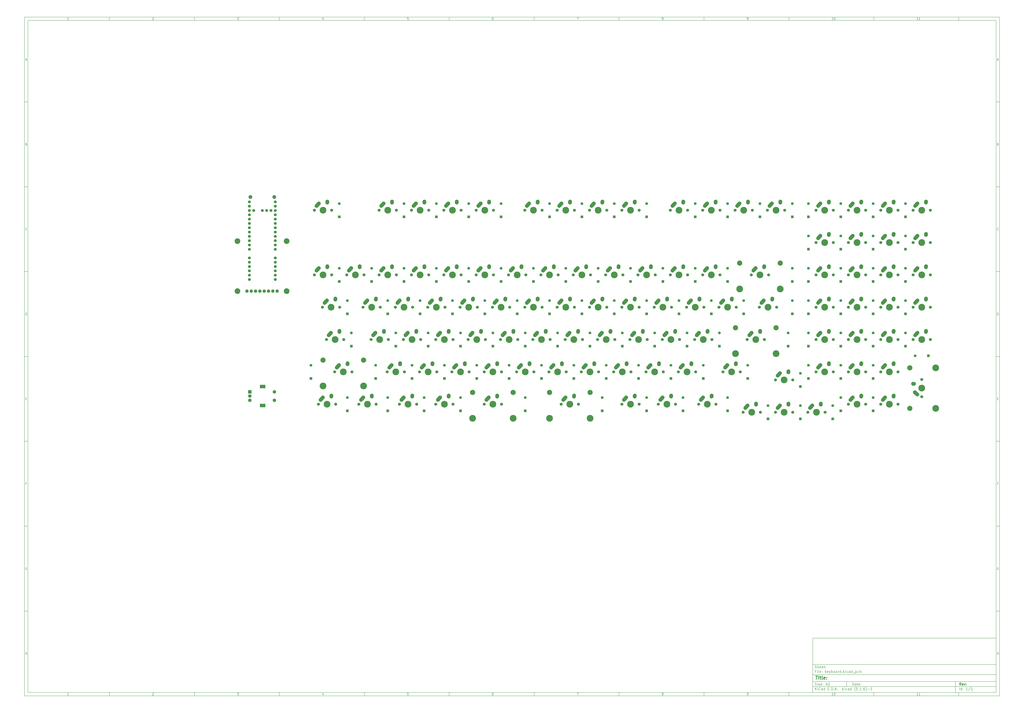
<source format=gbr>
G04 #@! TF.GenerationSoftware,KiCad,Pcbnew,(5.1.6)-1*
G04 #@! TF.CreationDate,2020-10-04T22:42:36-04:00*
G04 #@! TF.ProjectId,keyboard,6b657962-6f61-4726-942e-6b696361645f,rev?*
G04 #@! TF.SameCoordinates,Original*
G04 #@! TF.FileFunction,Soldermask,Bot*
G04 #@! TF.FilePolarity,Negative*
%FSLAX46Y46*%
G04 Gerber Fmt 4.6, Leading zero omitted, Abs format (unit mm)*
G04 Created by KiCad (PCBNEW (5.1.6)-1) date 2020-10-04 22:42:36*
%MOMM*%
%LPD*%
G01*
G04 APERTURE LIST*
%ADD10C,0.100000*%
%ADD11C,0.150000*%
%ADD12C,0.300000*%
%ADD13C,0.400000*%
%ADD14C,1.930400*%
%ADD15C,3.352400*%
%ADD16C,1.750000*%
%ADD17C,2.250000*%
%ADD18C,3.987800*%
%ADD19C,1.700000*%
%ADD20C,2.200000*%
%ADD21R,2.000000X2.000000*%
%ADD22C,2.000000*%
%ADD23R,3.200000X2.000000*%
%ADD24C,3.048000*%
%ADD25C,1.600000*%
%ADD26R,1.600000X1.600000*%
G04 APERTURE END LIST*
D10*
D11*
X474004400Y-375989000D02*
X474004400Y-407989000D01*
X582004400Y-407989000D01*
X582004400Y-375989000D01*
X474004400Y-375989000D01*
D10*
D11*
X10000000Y-10000000D02*
X10000000Y-409989000D01*
X584004400Y-409989000D01*
X584004400Y-10000000D01*
X10000000Y-10000000D01*
D10*
D11*
X12000000Y-12000000D02*
X12000000Y-407989000D01*
X582004400Y-407989000D01*
X582004400Y-12000000D01*
X12000000Y-12000000D01*
D10*
D11*
X60000000Y-12000000D02*
X60000000Y-10000000D01*
D10*
D11*
X110000000Y-12000000D02*
X110000000Y-10000000D01*
D10*
D11*
X160000000Y-12000000D02*
X160000000Y-10000000D01*
D10*
D11*
X210000000Y-12000000D02*
X210000000Y-10000000D01*
D10*
D11*
X260000000Y-12000000D02*
X260000000Y-10000000D01*
D10*
D11*
X310000000Y-12000000D02*
X310000000Y-10000000D01*
D10*
D11*
X360000000Y-12000000D02*
X360000000Y-10000000D01*
D10*
D11*
X410000000Y-12000000D02*
X410000000Y-10000000D01*
D10*
D11*
X460000000Y-12000000D02*
X460000000Y-10000000D01*
D10*
D11*
X510000000Y-12000000D02*
X510000000Y-10000000D01*
D10*
D11*
X560000000Y-12000000D02*
X560000000Y-10000000D01*
D10*
D11*
X36065476Y-11588095D02*
X35322619Y-11588095D01*
X35694047Y-11588095D02*
X35694047Y-10288095D01*
X35570238Y-10473809D01*
X35446428Y-10597619D01*
X35322619Y-10659523D01*
D10*
D11*
X85322619Y-10411904D02*
X85384523Y-10350000D01*
X85508333Y-10288095D01*
X85817857Y-10288095D01*
X85941666Y-10350000D01*
X86003571Y-10411904D01*
X86065476Y-10535714D01*
X86065476Y-10659523D01*
X86003571Y-10845238D01*
X85260714Y-11588095D01*
X86065476Y-11588095D01*
D10*
D11*
X135260714Y-10288095D02*
X136065476Y-10288095D01*
X135632142Y-10783333D01*
X135817857Y-10783333D01*
X135941666Y-10845238D01*
X136003571Y-10907142D01*
X136065476Y-11030952D01*
X136065476Y-11340476D01*
X136003571Y-11464285D01*
X135941666Y-11526190D01*
X135817857Y-11588095D01*
X135446428Y-11588095D01*
X135322619Y-11526190D01*
X135260714Y-11464285D01*
D10*
D11*
X185941666Y-10721428D02*
X185941666Y-11588095D01*
X185632142Y-10226190D02*
X185322619Y-11154761D01*
X186127380Y-11154761D01*
D10*
D11*
X236003571Y-10288095D02*
X235384523Y-10288095D01*
X235322619Y-10907142D01*
X235384523Y-10845238D01*
X235508333Y-10783333D01*
X235817857Y-10783333D01*
X235941666Y-10845238D01*
X236003571Y-10907142D01*
X236065476Y-11030952D01*
X236065476Y-11340476D01*
X236003571Y-11464285D01*
X235941666Y-11526190D01*
X235817857Y-11588095D01*
X235508333Y-11588095D01*
X235384523Y-11526190D01*
X235322619Y-11464285D01*
D10*
D11*
X285941666Y-10288095D02*
X285694047Y-10288095D01*
X285570238Y-10350000D01*
X285508333Y-10411904D01*
X285384523Y-10597619D01*
X285322619Y-10845238D01*
X285322619Y-11340476D01*
X285384523Y-11464285D01*
X285446428Y-11526190D01*
X285570238Y-11588095D01*
X285817857Y-11588095D01*
X285941666Y-11526190D01*
X286003571Y-11464285D01*
X286065476Y-11340476D01*
X286065476Y-11030952D01*
X286003571Y-10907142D01*
X285941666Y-10845238D01*
X285817857Y-10783333D01*
X285570238Y-10783333D01*
X285446428Y-10845238D01*
X285384523Y-10907142D01*
X285322619Y-11030952D01*
D10*
D11*
X335260714Y-10288095D02*
X336127380Y-10288095D01*
X335570238Y-11588095D01*
D10*
D11*
X385570238Y-10845238D02*
X385446428Y-10783333D01*
X385384523Y-10721428D01*
X385322619Y-10597619D01*
X385322619Y-10535714D01*
X385384523Y-10411904D01*
X385446428Y-10350000D01*
X385570238Y-10288095D01*
X385817857Y-10288095D01*
X385941666Y-10350000D01*
X386003571Y-10411904D01*
X386065476Y-10535714D01*
X386065476Y-10597619D01*
X386003571Y-10721428D01*
X385941666Y-10783333D01*
X385817857Y-10845238D01*
X385570238Y-10845238D01*
X385446428Y-10907142D01*
X385384523Y-10969047D01*
X385322619Y-11092857D01*
X385322619Y-11340476D01*
X385384523Y-11464285D01*
X385446428Y-11526190D01*
X385570238Y-11588095D01*
X385817857Y-11588095D01*
X385941666Y-11526190D01*
X386003571Y-11464285D01*
X386065476Y-11340476D01*
X386065476Y-11092857D01*
X386003571Y-10969047D01*
X385941666Y-10907142D01*
X385817857Y-10845238D01*
D10*
D11*
X435446428Y-11588095D02*
X435694047Y-11588095D01*
X435817857Y-11526190D01*
X435879761Y-11464285D01*
X436003571Y-11278571D01*
X436065476Y-11030952D01*
X436065476Y-10535714D01*
X436003571Y-10411904D01*
X435941666Y-10350000D01*
X435817857Y-10288095D01*
X435570238Y-10288095D01*
X435446428Y-10350000D01*
X435384523Y-10411904D01*
X435322619Y-10535714D01*
X435322619Y-10845238D01*
X435384523Y-10969047D01*
X435446428Y-11030952D01*
X435570238Y-11092857D01*
X435817857Y-11092857D01*
X435941666Y-11030952D01*
X436003571Y-10969047D01*
X436065476Y-10845238D01*
D10*
D11*
X486065476Y-11588095D02*
X485322619Y-11588095D01*
X485694047Y-11588095D02*
X485694047Y-10288095D01*
X485570238Y-10473809D01*
X485446428Y-10597619D01*
X485322619Y-10659523D01*
X486870238Y-10288095D02*
X486994047Y-10288095D01*
X487117857Y-10350000D01*
X487179761Y-10411904D01*
X487241666Y-10535714D01*
X487303571Y-10783333D01*
X487303571Y-11092857D01*
X487241666Y-11340476D01*
X487179761Y-11464285D01*
X487117857Y-11526190D01*
X486994047Y-11588095D01*
X486870238Y-11588095D01*
X486746428Y-11526190D01*
X486684523Y-11464285D01*
X486622619Y-11340476D01*
X486560714Y-11092857D01*
X486560714Y-10783333D01*
X486622619Y-10535714D01*
X486684523Y-10411904D01*
X486746428Y-10350000D01*
X486870238Y-10288095D01*
D10*
D11*
X536065476Y-11588095D02*
X535322619Y-11588095D01*
X535694047Y-11588095D02*
X535694047Y-10288095D01*
X535570238Y-10473809D01*
X535446428Y-10597619D01*
X535322619Y-10659523D01*
X537303571Y-11588095D02*
X536560714Y-11588095D01*
X536932142Y-11588095D02*
X536932142Y-10288095D01*
X536808333Y-10473809D01*
X536684523Y-10597619D01*
X536560714Y-10659523D01*
D10*
D11*
X60000000Y-407989000D02*
X60000000Y-409989000D01*
D10*
D11*
X110000000Y-407989000D02*
X110000000Y-409989000D01*
D10*
D11*
X160000000Y-407989000D02*
X160000000Y-409989000D01*
D10*
D11*
X210000000Y-407989000D02*
X210000000Y-409989000D01*
D10*
D11*
X260000000Y-407989000D02*
X260000000Y-409989000D01*
D10*
D11*
X310000000Y-407989000D02*
X310000000Y-409989000D01*
D10*
D11*
X360000000Y-407989000D02*
X360000000Y-409989000D01*
D10*
D11*
X410000000Y-407989000D02*
X410000000Y-409989000D01*
D10*
D11*
X460000000Y-407989000D02*
X460000000Y-409989000D01*
D10*
D11*
X510000000Y-407989000D02*
X510000000Y-409989000D01*
D10*
D11*
X560000000Y-407989000D02*
X560000000Y-409989000D01*
D10*
D11*
X36065476Y-409577095D02*
X35322619Y-409577095D01*
X35694047Y-409577095D02*
X35694047Y-408277095D01*
X35570238Y-408462809D01*
X35446428Y-408586619D01*
X35322619Y-408648523D01*
D10*
D11*
X85322619Y-408400904D02*
X85384523Y-408339000D01*
X85508333Y-408277095D01*
X85817857Y-408277095D01*
X85941666Y-408339000D01*
X86003571Y-408400904D01*
X86065476Y-408524714D01*
X86065476Y-408648523D01*
X86003571Y-408834238D01*
X85260714Y-409577095D01*
X86065476Y-409577095D01*
D10*
D11*
X135260714Y-408277095D02*
X136065476Y-408277095D01*
X135632142Y-408772333D01*
X135817857Y-408772333D01*
X135941666Y-408834238D01*
X136003571Y-408896142D01*
X136065476Y-409019952D01*
X136065476Y-409329476D01*
X136003571Y-409453285D01*
X135941666Y-409515190D01*
X135817857Y-409577095D01*
X135446428Y-409577095D01*
X135322619Y-409515190D01*
X135260714Y-409453285D01*
D10*
D11*
X185941666Y-408710428D02*
X185941666Y-409577095D01*
X185632142Y-408215190D02*
X185322619Y-409143761D01*
X186127380Y-409143761D01*
D10*
D11*
X236003571Y-408277095D02*
X235384523Y-408277095D01*
X235322619Y-408896142D01*
X235384523Y-408834238D01*
X235508333Y-408772333D01*
X235817857Y-408772333D01*
X235941666Y-408834238D01*
X236003571Y-408896142D01*
X236065476Y-409019952D01*
X236065476Y-409329476D01*
X236003571Y-409453285D01*
X235941666Y-409515190D01*
X235817857Y-409577095D01*
X235508333Y-409577095D01*
X235384523Y-409515190D01*
X235322619Y-409453285D01*
D10*
D11*
X285941666Y-408277095D02*
X285694047Y-408277095D01*
X285570238Y-408339000D01*
X285508333Y-408400904D01*
X285384523Y-408586619D01*
X285322619Y-408834238D01*
X285322619Y-409329476D01*
X285384523Y-409453285D01*
X285446428Y-409515190D01*
X285570238Y-409577095D01*
X285817857Y-409577095D01*
X285941666Y-409515190D01*
X286003571Y-409453285D01*
X286065476Y-409329476D01*
X286065476Y-409019952D01*
X286003571Y-408896142D01*
X285941666Y-408834238D01*
X285817857Y-408772333D01*
X285570238Y-408772333D01*
X285446428Y-408834238D01*
X285384523Y-408896142D01*
X285322619Y-409019952D01*
D10*
D11*
X335260714Y-408277095D02*
X336127380Y-408277095D01*
X335570238Y-409577095D01*
D10*
D11*
X385570238Y-408834238D02*
X385446428Y-408772333D01*
X385384523Y-408710428D01*
X385322619Y-408586619D01*
X385322619Y-408524714D01*
X385384523Y-408400904D01*
X385446428Y-408339000D01*
X385570238Y-408277095D01*
X385817857Y-408277095D01*
X385941666Y-408339000D01*
X386003571Y-408400904D01*
X386065476Y-408524714D01*
X386065476Y-408586619D01*
X386003571Y-408710428D01*
X385941666Y-408772333D01*
X385817857Y-408834238D01*
X385570238Y-408834238D01*
X385446428Y-408896142D01*
X385384523Y-408958047D01*
X385322619Y-409081857D01*
X385322619Y-409329476D01*
X385384523Y-409453285D01*
X385446428Y-409515190D01*
X385570238Y-409577095D01*
X385817857Y-409577095D01*
X385941666Y-409515190D01*
X386003571Y-409453285D01*
X386065476Y-409329476D01*
X386065476Y-409081857D01*
X386003571Y-408958047D01*
X385941666Y-408896142D01*
X385817857Y-408834238D01*
D10*
D11*
X435446428Y-409577095D02*
X435694047Y-409577095D01*
X435817857Y-409515190D01*
X435879761Y-409453285D01*
X436003571Y-409267571D01*
X436065476Y-409019952D01*
X436065476Y-408524714D01*
X436003571Y-408400904D01*
X435941666Y-408339000D01*
X435817857Y-408277095D01*
X435570238Y-408277095D01*
X435446428Y-408339000D01*
X435384523Y-408400904D01*
X435322619Y-408524714D01*
X435322619Y-408834238D01*
X435384523Y-408958047D01*
X435446428Y-409019952D01*
X435570238Y-409081857D01*
X435817857Y-409081857D01*
X435941666Y-409019952D01*
X436003571Y-408958047D01*
X436065476Y-408834238D01*
D10*
D11*
X486065476Y-409577095D02*
X485322619Y-409577095D01*
X485694047Y-409577095D02*
X485694047Y-408277095D01*
X485570238Y-408462809D01*
X485446428Y-408586619D01*
X485322619Y-408648523D01*
X486870238Y-408277095D02*
X486994047Y-408277095D01*
X487117857Y-408339000D01*
X487179761Y-408400904D01*
X487241666Y-408524714D01*
X487303571Y-408772333D01*
X487303571Y-409081857D01*
X487241666Y-409329476D01*
X487179761Y-409453285D01*
X487117857Y-409515190D01*
X486994047Y-409577095D01*
X486870238Y-409577095D01*
X486746428Y-409515190D01*
X486684523Y-409453285D01*
X486622619Y-409329476D01*
X486560714Y-409081857D01*
X486560714Y-408772333D01*
X486622619Y-408524714D01*
X486684523Y-408400904D01*
X486746428Y-408339000D01*
X486870238Y-408277095D01*
D10*
D11*
X536065476Y-409577095D02*
X535322619Y-409577095D01*
X535694047Y-409577095D02*
X535694047Y-408277095D01*
X535570238Y-408462809D01*
X535446428Y-408586619D01*
X535322619Y-408648523D01*
X537303571Y-409577095D02*
X536560714Y-409577095D01*
X536932142Y-409577095D02*
X536932142Y-408277095D01*
X536808333Y-408462809D01*
X536684523Y-408586619D01*
X536560714Y-408648523D01*
D10*
D11*
X10000000Y-60000000D02*
X12000000Y-60000000D01*
D10*
D11*
X10000000Y-110000000D02*
X12000000Y-110000000D01*
D10*
D11*
X10000000Y-160000000D02*
X12000000Y-160000000D01*
D10*
D11*
X10000000Y-210000000D02*
X12000000Y-210000000D01*
D10*
D11*
X10000000Y-260000000D02*
X12000000Y-260000000D01*
D10*
D11*
X10000000Y-310000000D02*
X12000000Y-310000000D01*
D10*
D11*
X10000000Y-360000000D02*
X12000000Y-360000000D01*
D10*
D11*
X10690476Y-35216666D02*
X11309523Y-35216666D01*
X10566666Y-35588095D02*
X11000000Y-34288095D01*
X11433333Y-35588095D01*
D10*
D11*
X11092857Y-84907142D02*
X11278571Y-84969047D01*
X11340476Y-85030952D01*
X11402380Y-85154761D01*
X11402380Y-85340476D01*
X11340476Y-85464285D01*
X11278571Y-85526190D01*
X11154761Y-85588095D01*
X10659523Y-85588095D01*
X10659523Y-84288095D01*
X11092857Y-84288095D01*
X11216666Y-84350000D01*
X11278571Y-84411904D01*
X11340476Y-84535714D01*
X11340476Y-84659523D01*
X11278571Y-84783333D01*
X11216666Y-84845238D01*
X11092857Y-84907142D01*
X10659523Y-84907142D01*
D10*
D11*
X11402380Y-135464285D02*
X11340476Y-135526190D01*
X11154761Y-135588095D01*
X11030952Y-135588095D01*
X10845238Y-135526190D01*
X10721428Y-135402380D01*
X10659523Y-135278571D01*
X10597619Y-135030952D01*
X10597619Y-134845238D01*
X10659523Y-134597619D01*
X10721428Y-134473809D01*
X10845238Y-134350000D01*
X11030952Y-134288095D01*
X11154761Y-134288095D01*
X11340476Y-134350000D01*
X11402380Y-134411904D01*
D10*
D11*
X10659523Y-185588095D02*
X10659523Y-184288095D01*
X10969047Y-184288095D01*
X11154761Y-184350000D01*
X11278571Y-184473809D01*
X11340476Y-184597619D01*
X11402380Y-184845238D01*
X11402380Y-185030952D01*
X11340476Y-185278571D01*
X11278571Y-185402380D01*
X11154761Y-185526190D01*
X10969047Y-185588095D01*
X10659523Y-185588095D01*
D10*
D11*
X10721428Y-234907142D02*
X11154761Y-234907142D01*
X11340476Y-235588095D02*
X10721428Y-235588095D01*
X10721428Y-234288095D01*
X11340476Y-234288095D01*
D10*
D11*
X11185714Y-284907142D02*
X10752380Y-284907142D01*
X10752380Y-285588095D02*
X10752380Y-284288095D01*
X11371428Y-284288095D01*
D10*
D11*
X11340476Y-334350000D02*
X11216666Y-334288095D01*
X11030952Y-334288095D01*
X10845238Y-334350000D01*
X10721428Y-334473809D01*
X10659523Y-334597619D01*
X10597619Y-334845238D01*
X10597619Y-335030952D01*
X10659523Y-335278571D01*
X10721428Y-335402380D01*
X10845238Y-335526190D01*
X11030952Y-335588095D01*
X11154761Y-335588095D01*
X11340476Y-335526190D01*
X11402380Y-335464285D01*
X11402380Y-335030952D01*
X11154761Y-335030952D01*
D10*
D11*
X10628571Y-385588095D02*
X10628571Y-384288095D01*
X10628571Y-384907142D02*
X11371428Y-384907142D01*
X11371428Y-385588095D02*
X11371428Y-384288095D01*
D10*
D11*
X584004400Y-60000000D02*
X582004400Y-60000000D01*
D10*
D11*
X584004400Y-110000000D02*
X582004400Y-110000000D01*
D10*
D11*
X584004400Y-160000000D02*
X582004400Y-160000000D01*
D10*
D11*
X584004400Y-210000000D02*
X582004400Y-210000000D01*
D10*
D11*
X584004400Y-260000000D02*
X582004400Y-260000000D01*
D10*
D11*
X584004400Y-310000000D02*
X582004400Y-310000000D01*
D10*
D11*
X584004400Y-360000000D02*
X582004400Y-360000000D01*
D10*
D11*
X582694876Y-35216666D02*
X583313923Y-35216666D01*
X582571066Y-35588095D02*
X583004400Y-34288095D01*
X583437733Y-35588095D01*
D10*
D11*
X583097257Y-84907142D02*
X583282971Y-84969047D01*
X583344876Y-85030952D01*
X583406780Y-85154761D01*
X583406780Y-85340476D01*
X583344876Y-85464285D01*
X583282971Y-85526190D01*
X583159161Y-85588095D01*
X582663923Y-85588095D01*
X582663923Y-84288095D01*
X583097257Y-84288095D01*
X583221066Y-84350000D01*
X583282971Y-84411904D01*
X583344876Y-84535714D01*
X583344876Y-84659523D01*
X583282971Y-84783333D01*
X583221066Y-84845238D01*
X583097257Y-84907142D01*
X582663923Y-84907142D01*
D10*
D11*
X583406780Y-135464285D02*
X583344876Y-135526190D01*
X583159161Y-135588095D01*
X583035352Y-135588095D01*
X582849638Y-135526190D01*
X582725828Y-135402380D01*
X582663923Y-135278571D01*
X582602019Y-135030952D01*
X582602019Y-134845238D01*
X582663923Y-134597619D01*
X582725828Y-134473809D01*
X582849638Y-134350000D01*
X583035352Y-134288095D01*
X583159161Y-134288095D01*
X583344876Y-134350000D01*
X583406780Y-134411904D01*
D10*
D11*
X582663923Y-185588095D02*
X582663923Y-184288095D01*
X582973447Y-184288095D01*
X583159161Y-184350000D01*
X583282971Y-184473809D01*
X583344876Y-184597619D01*
X583406780Y-184845238D01*
X583406780Y-185030952D01*
X583344876Y-185278571D01*
X583282971Y-185402380D01*
X583159161Y-185526190D01*
X582973447Y-185588095D01*
X582663923Y-185588095D01*
D10*
D11*
X582725828Y-234907142D02*
X583159161Y-234907142D01*
X583344876Y-235588095D02*
X582725828Y-235588095D01*
X582725828Y-234288095D01*
X583344876Y-234288095D01*
D10*
D11*
X583190114Y-284907142D02*
X582756780Y-284907142D01*
X582756780Y-285588095D02*
X582756780Y-284288095D01*
X583375828Y-284288095D01*
D10*
D11*
X583344876Y-334350000D02*
X583221066Y-334288095D01*
X583035352Y-334288095D01*
X582849638Y-334350000D01*
X582725828Y-334473809D01*
X582663923Y-334597619D01*
X582602019Y-334845238D01*
X582602019Y-335030952D01*
X582663923Y-335278571D01*
X582725828Y-335402380D01*
X582849638Y-335526190D01*
X583035352Y-335588095D01*
X583159161Y-335588095D01*
X583344876Y-335526190D01*
X583406780Y-335464285D01*
X583406780Y-335030952D01*
X583159161Y-335030952D01*
D10*
D11*
X582632971Y-385588095D02*
X582632971Y-384288095D01*
X582632971Y-384907142D02*
X583375828Y-384907142D01*
X583375828Y-385588095D02*
X583375828Y-384288095D01*
D10*
D11*
X497436542Y-403767571D02*
X497436542Y-402267571D01*
X497793685Y-402267571D01*
X498007971Y-402339000D01*
X498150828Y-402481857D01*
X498222257Y-402624714D01*
X498293685Y-402910428D01*
X498293685Y-403124714D01*
X498222257Y-403410428D01*
X498150828Y-403553285D01*
X498007971Y-403696142D01*
X497793685Y-403767571D01*
X497436542Y-403767571D01*
X499579400Y-403767571D02*
X499579400Y-402981857D01*
X499507971Y-402839000D01*
X499365114Y-402767571D01*
X499079400Y-402767571D01*
X498936542Y-402839000D01*
X499579400Y-403696142D02*
X499436542Y-403767571D01*
X499079400Y-403767571D01*
X498936542Y-403696142D01*
X498865114Y-403553285D01*
X498865114Y-403410428D01*
X498936542Y-403267571D01*
X499079400Y-403196142D01*
X499436542Y-403196142D01*
X499579400Y-403124714D01*
X500079400Y-402767571D02*
X500650828Y-402767571D01*
X500293685Y-402267571D02*
X500293685Y-403553285D01*
X500365114Y-403696142D01*
X500507971Y-403767571D01*
X500650828Y-403767571D01*
X501722257Y-403696142D02*
X501579400Y-403767571D01*
X501293685Y-403767571D01*
X501150828Y-403696142D01*
X501079400Y-403553285D01*
X501079400Y-402981857D01*
X501150828Y-402839000D01*
X501293685Y-402767571D01*
X501579400Y-402767571D01*
X501722257Y-402839000D01*
X501793685Y-402981857D01*
X501793685Y-403124714D01*
X501079400Y-403267571D01*
X502436542Y-403624714D02*
X502507971Y-403696142D01*
X502436542Y-403767571D01*
X502365114Y-403696142D01*
X502436542Y-403624714D01*
X502436542Y-403767571D01*
X502436542Y-402839000D02*
X502507971Y-402910428D01*
X502436542Y-402981857D01*
X502365114Y-402910428D01*
X502436542Y-402839000D01*
X502436542Y-402981857D01*
D10*
D11*
X474004400Y-404489000D02*
X582004400Y-404489000D01*
D10*
D11*
X475436542Y-406567571D02*
X475436542Y-405067571D01*
X476293685Y-406567571D02*
X475650828Y-405710428D01*
X476293685Y-405067571D02*
X475436542Y-405924714D01*
X476936542Y-406567571D02*
X476936542Y-405567571D01*
X476936542Y-405067571D02*
X476865114Y-405139000D01*
X476936542Y-405210428D01*
X477007971Y-405139000D01*
X476936542Y-405067571D01*
X476936542Y-405210428D01*
X478507971Y-406424714D02*
X478436542Y-406496142D01*
X478222257Y-406567571D01*
X478079400Y-406567571D01*
X477865114Y-406496142D01*
X477722257Y-406353285D01*
X477650828Y-406210428D01*
X477579400Y-405924714D01*
X477579400Y-405710428D01*
X477650828Y-405424714D01*
X477722257Y-405281857D01*
X477865114Y-405139000D01*
X478079400Y-405067571D01*
X478222257Y-405067571D01*
X478436542Y-405139000D01*
X478507971Y-405210428D01*
X479793685Y-406567571D02*
X479793685Y-405781857D01*
X479722257Y-405639000D01*
X479579400Y-405567571D01*
X479293685Y-405567571D01*
X479150828Y-405639000D01*
X479793685Y-406496142D02*
X479650828Y-406567571D01*
X479293685Y-406567571D01*
X479150828Y-406496142D01*
X479079400Y-406353285D01*
X479079400Y-406210428D01*
X479150828Y-406067571D01*
X479293685Y-405996142D01*
X479650828Y-405996142D01*
X479793685Y-405924714D01*
X481150828Y-406567571D02*
X481150828Y-405067571D01*
X481150828Y-406496142D02*
X481007971Y-406567571D01*
X480722257Y-406567571D01*
X480579400Y-406496142D01*
X480507971Y-406424714D01*
X480436542Y-406281857D01*
X480436542Y-405853285D01*
X480507971Y-405710428D01*
X480579400Y-405639000D01*
X480722257Y-405567571D01*
X481007971Y-405567571D01*
X481150828Y-405639000D01*
X483007971Y-405781857D02*
X483507971Y-405781857D01*
X483722257Y-406567571D02*
X483007971Y-406567571D01*
X483007971Y-405067571D01*
X483722257Y-405067571D01*
X484365114Y-406424714D02*
X484436542Y-406496142D01*
X484365114Y-406567571D01*
X484293685Y-406496142D01*
X484365114Y-406424714D01*
X484365114Y-406567571D01*
X485079400Y-406567571D02*
X485079400Y-405067571D01*
X485436542Y-405067571D01*
X485650828Y-405139000D01*
X485793685Y-405281857D01*
X485865114Y-405424714D01*
X485936542Y-405710428D01*
X485936542Y-405924714D01*
X485865114Y-406210428D01*
X485793685Y-406353285D01*
X485650828Y-406496142D01*
X485436542Y-406567571D01*
X485079400Y-406567571D01*
X486579400Y-406424714D02*
X486650828Y-406496142D01*
X486579400Y-406567571D01*
X486507971Y-406496142D01*
X486579400Y-406424714D01*
X486579400Y-406567571D01*
X487222257Y-406139000D02*
X487936542Y-406139000D01*
X487079400Y-406567571D02*
X487579400Y-405067571D01*
X488079400Y-406567571D01*
X488579400Y-406424714D02*
X488650828Y-406496142D01*
X488579400Y-406567571D01*
X488507971Y-406496142D01*
X488579400Y-406424714D01*
X488579400Y-406567571D01*
X491579400Y-406567571D02*
X491579400Y-405067571D01*
X491722257Y-405996142D02*
X492150828Y-406567571D01*
X492150828Y-405567571D02*
X491579400Y-406139000D01*
X492793685Y-406567571D02*
X492793685Y-405567571D01*
X492793685Y-405067571D02*
X492722257Y-405139000D01*
X492793685Y-405210428D01*
X492865114Y-405139000D01*
X492793685Y-405067571D01*
X492793685Y-405210428D01*
X494150828Y-406496142D02*
X494007971Y-406567571D01*
X493722257Y-406567571D01*
X493579400Y-406496142D01*
X493507971Y-406424714D01*
X493436542Y-406281857D01*
X493436542Y-405853285D01*
X493507971Y-405710428D01*
X493579400Y-405639000D01*
X493722257Y-405567571D01*
X494007971Y-405567571D01*
X494150828Y-405639000D01*
X495436542Y-406567571D02*
X495436542Y-405781857D01*
X495365114Y-405639000D01*
X495222257Y-405567571D01*
X494936542Y-405567571D01*
X494793685Y-405639000D01*
X495436542Y-406496142D02*
X495293685Y-406567571D01*
X494936542Y-406567571D01*
X494793685Y-406496142D01*
X494722257Y-406353285D01*
X494722257Y-406210428D01*
X494793685Y-406067571D01*
X494936542Y-405996142D01*
X495293685Y-405996142D01*
X495436542Y-405924714D01*
X496793685Y-406567571D02*
X496793685Y-405067571D01*
X496793685Y-406496142D02*
X496650828Y-406567571D01*
X496365114Y-406567571D01*
X496222257Y-406496142D01*
X496150828Y-406424714D01*
X496079400Y-406281857D01*
X496079400Y-405853285D01*
X496150828Y-405710428D01*
X496222257Y-405639000D01*
X496365114Y-405567571D01*
X496650828Y-405567571D01*
X496793685Y-405639000D01*
X499079400Y-407139000D02*
X499007971Y-407067571D01*
X498865114Y-406853285D01*
X498793685Y-406710428D01*
X498722257Y-406496142D01*
X498650828Y-406139000D01*
X498650828Y-405853285D01*
X498722257Y-405496142D01*
X498793685Y-405281857D01*
X498865114Y-405139000D01*
X499007971Y-404924714D01*
X499079400Y-404853285D01*
X500365114Y-405067571D02*
X499650828Y-405067571D01*
X499579400Y-405781857D01*
X499650828Y-405710428D01*
X499793685Y-405639000D01*
X500150828Y-405639000D01*
X500293685Y-405710428D01*
X500365114Y-405781857D01*
X500436542Y-405924714D01*
X500436542Y-406281857D01*
X500365114Y-406424714D01*
X500293685Y-406496142D01*
X500150828Y-406567571D01*
X499793685Y-406567571D01*
X499650828Y-406496142D01*
X499579400Y-406424714D01*
X501079400Y-406424714D02*
X501150828Y-406496142D01*
X501079400Y-406567571D01*
X501007971Y-406496142D01*
X501079400Y-406424714D01*
X501079400Y-406567571D01*
X502579400Y-406567571D02*
X501722257Y-406567571D01*
X502150828Y-406567571D02*
X502150828Y-405067571D01*
X502007971Y-405281857D01*
X501865114Y-405424714D01*
X501722257Y-405496142D01*
X503222257Y-406424714D02*
X503293685Y-406496142D01*
X503222257Y-406567571D01*
X503150828Y-406496142D01*
X503222257Y-406424714D01*
X503222257Y-406567571D01*
X504579400Y-405067571D02*
X504293685Y-405067571D01*
X504150828Y-405139000D01*
X504079400Y-405210428D01*
X503936542Y-405424714D01*
X503865114Y-405710428D01*
X503865114Y-406281857D01*
X503936542Y-406424714D01*
X504007971Y-406496142D01*
X504150828Y-406567571D01*
X504436542Y-406567571D01*
X504579400Y-406496142D01*
X504650828Y-406424714D01*
X504722257Y-406281857D01*
X504722257Y-405924714D01*
X504650828Y-405781857D01*
X504579400Y-405710428D01*
X504436542Y-405639000D01*
X504150828Y-405639000D01*
X504007971Y-405710428D01*
X503936542Y-405781857D01*
X503865114Y-405924714D01*
X505222257Y-407139000D02*
X505293685Y-407067571D01*
X505436542Y-406853285D01*
X505507971Y-406710428D01*
X505579400Y-406496142D01*
X505650828Y-406139000D01*
X505650828Y-405853285D01*
X505579400Y-405496142D01*
X505507971Y-405281857D01*
X505436542Y-405139000D01*
X505293685Y-404924714D01*
X505222257Y-404853285D01*
X506365114Y-405996142D02*
X507507971Y-405996142D01*
X509007971Y-406567571D02*
X508150828Y-406567571D01*
X508579400Y-406567571D02*
X508579400Y-405067571D01*
X508436542Y-405281857D01*
X508293685Y-405424714D01*
X508150828Y-405496142D01*
D10*
D11*
X474004400Y-401489000D02*
X582004400Y-401489000D01*
D10*
D12*
X561413685Y-403767571D02*
X560913685Y-403053285D01*
X560556542Y-403767571D02*
X560556542Y-402267571D01*
X561127971Y-402267571D01*
X561270828Y-402339000D01*
X561342257Y-402410428D01*
X561413685Y-402553285D01*
X561413685Y-402767571D01*
X561342257Y-402910428D01*
X561270828Y-402981857D01*
X561127971Y-403053285D01*
X560556542Y-403053285D01*
X562627971Y-403696142D02*
X562485114Y-403767571D01*
X562199400Y-403767571D01*
X562056542Y-403696142D01*
X561985114Y-403553285D01*
X561985114Y-402981857D01*
X562056542Y-402839000D01*
X562199400Y-402767571D01*
X562485114Y-402767571D01*
X562627971Y-402839000D01*
X562699400Y-402981857D01*
X562699400Y-403124714D01*
X561985114Y-403267571D01*
X563199400Y-402767571D02*
X563556542Y-403767571D01*
X563913685Y-402767571D01*
X564485114Y-403624714D02*
X564556542Y-403696142D01*
X564485114Y-403767571D01*
X564413685Y-403696142D01*
X564485114Y-403624714D01*
X564485114Y-403767571D01*
X564485114Y-402839000D02*
X564556542Y-402910428D01*
X564485114Y-402981857D01*
X564413685Y-402910428D01*
X564485114Y-402839000D01*
X564485114Y-402981857D01*
D10*
D11*
X475365114Y-403696142D02*
X475579400Y-403767571D01*
X475936542Y-403767571D01*
X476079400Y-403696142D01*
X476150828Y-403624714D01*
X476222257Y-403481857D01*
X476222257Y-403339000D01*
X476150828Y-403196142D01*
X476079400Y-403124714D01*
X475936542Y-403053285D01*
X475650828Y-402981857D01*
X475507971Y-402910428D01*
X475436542Y-402839000D01*
X475365114Y-402696142D01*
X475365114Y-402553285D01*
X475436542Y-402410428D01*
X475507971Y-402339000D01*
X475650828Y-402267571D01*
X476007971Y-402267571D01*
X476222257Y-402339000D01*
X476865114Y-403767571D02*
X476865114Y-402767571D01*
X476865114Y-402267571D02*
X476793685Y-402339000D01*
X476865114Y-402410428D01*
X476936542Y-402339000D01*
X476865114Y-402267571D01*
X476865114Y-402410428D01*
X477436542Y-402767571D02*
X478222257Y-402767571D01*
X477436542Y-403767571D01*
X478222257Y-403767571D01*
X479365114Y-403696142D02*
X479222257Y-403767571D01*
X478936542Y-403767571D01*
X478793685Y-403696142D01*
X478722257Y-403553285D01*
X478722257Y-402981857D01*
X478793685Y-402839000D01*
X478936542Y-402767571D01*
X479222257Y-402767571D01*
X479365114Y-402839000D01*
X479436542Y-402981857D01*
X479436542Y-403124714D01*
X478722257Y-403267571D01*
X480079400Y-403624714D02*
X480150828Y-403696142D01*
X480079400Y-403767571D01*
X480007971Y-403696142D01*
X480079400Y-403624714D01*
X480079400Y-403767571D01*
X480079400Y-402839000D02*
X480150828Y-402910428D01*
X480079400Y-402981857D01*
X480007971Y-402910428D01*
X480079400Y-402839000D01*
X480079400Y-402981857D01*
X481865114Y-403339000D02*
X482579400Y-403339000D01*
X481722257Y-403767571D02*
X482222257Y-402267571D01*
X482722257Y-403767571D01*
X483150828Y-402410428D02*
X483222257Y-402339000D01*
X483365114Y-402267571D01*
X483722257Y-402267571D01*
X483865114Y-402339000D01*
X483936542Y-402410428D01*
X484007971Y-402553285D01*
X484007971Y-402696142D01*
X483936542Y-402910428D01*
X483079400Y-403767571D01*
X484007971Y-403767571D01*
D10*
D11*
X560436542Y-406567571D02*
X560436542Y-405067571D01*
X561793685Y-406567571D02*
X561793685Y-405067571D01*
X561793685Y-406496142D02*
X561650828Y-406567571D01*
X561365114Y-406567571D01*
X561222257Y-406496142D01*
X561150828Y-406424714D01*
X561079400Y-406281857D01*
X561079400Y-405853285D01*
X561150828Y-405710428D01*
X561222257Y-405639000D01*
X561365114Y-405567571D01*
X561650828Y-405567571D01*
X561793685Y-405639000D01*
X562507971Y-406424714D02*
X562579400Y-406496142D01*
X562507971Y-406567571D01*
X562436542Y-406496142D01*
X562507971Y-406424714D01*
X562507971Y-406567571D01*
X562507971Y-405639000D02*
X562579400Y-405710428D01*
X562507971Y-405781857D01*
X562436542Y-405710428D01*
X562507971Y-405639000D01*
X562507971Y-405781857D01*
X565150828Y-406567571D02*
X564293685Y-406567571D01*
X564722257Y-406567571D02*
X564722257Y-405067571D01*
X564579400Y-405281857D01*
X564436542Y-405424714D01*
X564293685Y-405496142D01*
X566865114Y-404996142D02*
X565579400Y-406924714D01*
X568150828Y-406567571D02*
X567293685Y-406567571D01*
X567722257Y-406567571D02*
X567722257Y-405067571D01*
X567579400Y-405281857D01*
X567436542Y-405424714D01*
X567293685Y-405496142D01*
D10*
D11*
X474004400Y-397489000D02*
X582004400Y-397489000D01*
D10*
D13*
X475716780Y-398193761D02*
X476859638Y-398193761D01*
X476038209Y-400193761D02*
X476288209Y-398193761D01*
X477276304Y-400193761D02*
X477442971Y-398860428D01*
X477526304Y-398193761D02*
X477419161Y-398289000D01*
X477502495Y-398384238D01*
X477609638Y-398289000D01*
X477526304Y-398193761D01*
X477502495Y-398384238D01*
X478109638Y-398860428D02*
X478871542Y-398860428D01*
X478478685Y-398193761D02*
X478264400Y-399908047D01*
X478335828Y-400098523D01*
X478514400Y-400193761D01*
X478704876Y-400193761D01*
X479657257Y-400193761D02*
X479478685Y-400098523D01*
X479407257Y-399908047D01*
X479621542Y-398193761D01*
X481192971Y-400098523D02*
X480990590Y-400193761D01*
X480609638Y-400193761D01*
X480431066Y-400098523D01*
X480359638Y-399908047D01*
X480454876Y-399146142D01*
X480573923Y-398955666D01*
X480776304Y-398860428D01*
X481157257Y-398860428D01*
X481335828Y-398955666D01*
X481407257Y-399146142D01*
X481383447Y-399336619D01*
X480407257Y-399527095D01*
X482157257Y-400003285D02*
X482240590Y-400098523D01*
X482133447Y-400193761D01*
X482050114Y-400098523D01*
X482157257Y-400003285D01*
X482133447Y-400193761D01*
X482288209Y-398955666D02*
X482371542Y-399050904D01*
X482264400Y-399146142D01*
X482181066Y-399050904D01*
X482288209Y-398955666D01*
X482264400Y-399146142D01*
D10*
D11*
X475936542Y-395581857D02*
X475436542Y-395581857D01*
X475436542Y-396367571D02*
X475436542Y-394867571D01*
X476150828Y-394867571D01*
X476722257Y-396367571D02*
X476722257Y-395367571D01*
X476722257Y-394867571D02*
X476650828Y-394939000D01*
X476722257Y-395010428D01*
X476793685Y-394939000D01*
X476722257Y-394867571D01*
X476722257Y-395010428D01*
X477650828Y-396367571D02*
X477507971Y-396296142D01*
X477436542Y-396153285D01*
X477436542Y-394867571D01*
X478793685Y-396296142D02*
X478650828Y-396367571D01*
X478365114Y-396367571D01*
X478222257Y-396296142D01*
X478150828Y-396153285D01*
X478150828Y-395581857D01*
X478222257Y-395439000D01*
X478365114Y-395367571D01*
X478650828Y-395367571D01*
X478793685Y-395439000D01*
X478865114Y-395581857D01*
X478865114Y-395724714D01*
X478150828Y-395867571D01*
X479507971Y-396224714D02*
X479579400Y-396296142D01*
X479507971Y-396367571D01*
X479436542Y-396296142D01*
X479507971Y-396224714D01*
X479507971Y-396367571D01*
X479507971Y-395439000D02*
X479579400Y-395510428D01*
X479507971Y-395581857D01*
X479436542Y-395510428D01*
X479507971Y-395439000D01*
X479507971Y-395581857D01*
X481365114Y-396367571D02*
X481365114Y-394867571D01*
X481507971Y-395796142D02*
X481936542Y-396367571D01*
X481936542Y-395367571D02*
X481365114Y-395939000D01*
X483150828Y-396296142D02*
X483007971Y-396367571D01*
X482722257Y-396367571D01*
X482579400Y-396296142D01*
X482507971Y-396153285D01*
X482507971Y-395581857D01*
X482579400Y-395439000D01*
X482722257Y-395367571D01*
X483007971Y-395367571D01*
X483150828Y-395439000D01*
X483222257Y-395581857D01*
X483222257Y-395724714D01*
X482507971Y-395867571D01*
X483722257Y-395367571D02*
X484079400Y-396367571D01*
X484436542Y-395367571D02*
X484079400Y-396367571D01*
X483936542Y-396724714D01*
X483865114Y-396796142D01*
X483722257Y-396867571D01*
X485007971Y-396367571D02*
X485007971Y-394867571D01*
X485007971Y-395439000D02*
X485150828Y-395367571D01*
X485436542Y-395367571D01*
X485579400Y-395439000D01*
X485650828Y-395510428D01*
X485722257Y-395653285D01*
X485722257Y-396081857D01*
X485650828Y-396224714D01*
X485579400Y-396296142D01*
X485436542Y-396367571D01*
X485150828Y-396367571D01*
X485007971Y-396296142D01*
X486579400Y-396367571D02*
X486436542Y-396296142D01*
X486365114Y-396224714D01*
X486293685Y-396081857D01*
X486293685Y-395653285D01*
X486365114Y-395510428D01*
X486436542Y-395439000D01*
X486579400Y-395367571D01*
X486793685Y-395367571D01*
X486936542Y-395439000D01*
X487007971Y-395510428D01*
X487079400Y-395653285D01*
X487079400Y-396081857D01*
X487007971Y-396224714D01*
X486936542Y-396296142D01*
X486793685Y-396367571D01*
X486579400Y-396367571D01*
X488365114Y-396367571D02*
X488365114Y-395581857D01*
X488293685Y-395439000D01*
X488150828Y-395367571D01*
X487865114Y-395367571D01*
X487722257Y-395439000D01*
X488365114Y-396296142D02*
X488222257Y-396367571D01*
X487865114Y-396367571D01*
X487722257Y-396296142D01*
X487650828Y-396153285D01*
X487650828Y-396010428D01*
X487722257Y-395867571D01*
X487865114Y-395796142D01*
X488222257Y-395796142D01*
X488365114Y-395724714D01*
X489079400Y-396367571D02*
X489079400Y-395367571D01*
X489079400Y-395653285D02*
X489150828Y-395510428D01*
X489222257Y-395439000D01*
X489365114Y-395367571D01*
X489507971Y-395367571D01*
X490650828Y-396367571D02*
X490650828Y-394867571D01*
X490650828Y-396296142D02*
X490507971Y-396367571D01*
X490222257Y-396367571D01*
X490079400Y-396296142D01*
X490007971Y-396224714D01*
X489936542Y-396081857D01*
X489936542Y-395653285D01*
X490007971Y-395510428D01*
X490079400Y-395439000D01*
X490222257Y-395367571D01*
X490507971Y-395367571D01*
X490650828Y-395439000D01*
X491365114Y-396224714D02*
X491436542Y-396296142D01*
X491365114Y-396367571D01*
X491293685Y-396296142D01*
X491365114Y-396224714D01*
X491365114Y-396367571D01*
X492079400Y-396367571D02*
X492079400Y-394867571D01*
X492222257Y-395796142D02*
X492650828Y-396367571D01*
X492650828Y-395367571D02*
X492079400Y-395939000D01*
X493293685Y-396367571D02*
X493293685Y-395367571D01*
X493293685Y-394867571D02*
X493222257Y-394939000D01*
X493293685Y-395010428D01*
X493365114Y-394939000D01*
X493293685Y-394867571D01*
X493293685Y-395010428D01*
X494650828Y-396296142D02*
X494507971Y-396367571D01*
X494222257Y-396367571D01*
X494079400Y-396296142D01*
X494007971Y-396224714D01*
X493936542Y-396081857D01*
X493936542Y-395653285D01*
X494007971Y-395510428D01*
X494079400Y-395439000D01*
X494222257Y-395367571D01*
X494507971Y-395367571D01*
X494650828Y-395439000D01*
X495936542Y-396367571D02*
X495936542Y-395581857D01*
X495865114Y-395439000D01*
X495722257Y-395367571D01*
X495436542Y-395367571D01*
X495293685Y-395439000D01*
X495936542Y-396296142D02*
X495793685Y-396367571D01*
X495436542Y-396367571D01*
X495293685Y-396296142D01*
X495222257Y-396153285D01*
X495222257Y-396010428D01*
X495293685Y-395867571D01*
X495436542Y-395796142D01*
X495793685Y-395796142D01*
X495936542Y-395724714D01*
X497293685Y-396367571D02*
X497293685Y-394867571D01*
X497293685Y-396296142D02*
X497150828Y-396367571D01*
X496865114Y-396367571D01*
X496722257Y-396296142D01*
X496650828Y-396224714D01*
X496579400Y-396081857D01*
X496579400Y-395653285D01*
X496650828Y-395510428D01*
X496722257Y-395439000D01*
X496865114Y-395367571D01*
X497150828Y-395367571D01*
X497293685Y-395439000D01*
X497650828Y-396510428D02*
X498793685Y-396510428D01*
X499150828Y-395367571D02*
X499150828Y-396867571D01*
X499150828Y-395439000D02*
X499293685Y-395367571D01*
X499579400Y-395367571D01*
X499722257Y-395439000D01*
X499793685Y-395510428D01*
X499865114Y-395653285D01*
X499865114Y-396081857D01*
X499793685Y-396224714D01*
X499722257Y-396296142D01*
X499579400Y-396367571D01*
X499293685Y-396367571D01*
X499150828Y-396296142D01*
X501150828Y-396296142D02*
X501007971Y-396367571D01*
X500722257Y-396367571D01*
X500579400Y-396296142D01*
X500507971Y-396224714D01*
X500436542Y-396081857D01*
X500436542Y-395653285D01*
X500507971Y-395510428D01*
X500579400Y-395439000D01*
X500722257Y-395367571D01*
X501007971Y-395367571D01*
X501150828Y-395439000D01*
X501793685Y-396367571D02*
X501793685Y-394867571D01*
X501793685Y-395439000D02*
X501936542Y-395367571D01*
X502222257Y-395367571D01*
X502365114Y-395439000D01*
X502436542Y-395510428D01*
X502507971Y-395653285D01*
X502507971Y-396081857D01*
X502436542Y-396224714D01*
X502365114Y-396296142D01*
X502222257Y-396367571D01*
X501936542Y-396367571D01*
X501793685Y-396296142D01*
D10*
D11*
X474004400Y-391489000D02*
X582004400Y-391489000D01*
D10*
D11*
X475365114Y-393596142D02*
X475579400Y-393667571D01*
X475936542Y-393667571D01*
X476079400Y-393596142D01*
X476150828Y-393524714D01*
X476222257Y-393381857D01*
X476222257Y-393239000D01*
X476150828Y-393096142D01*
X476079400Y-393024714D01*
X475936542Y-392953285D01*
X475650828Y-392881857D01*
X475507971Y-392810428D01*
X475436542Y-392739000D01*
X475365114Y-392596142D01*
X475365114Y-392453285D01*
X475436542Y-392310428D01*
X475507971Y-392239000D01*
X475650828Y-392167571D01*
X476007971Y-392167571D01*
X476222257Y-392239000D01*
X476865114Y-393667571D02*
X476865114Y-392167571D01*
X477507971Y-393667571D02*
X477507971Y-392881857D01*
X477436542Y-392739000D01*
X477293685Y-392667571D01*
X477079400Y-392667571D01*
X476936542Y-392739000D01*
X476865114Y-392810428D01*
X478793685Y-393596142D02*
X478650828Y-393667571D01*
X478365114Y-393667571D01*
X478222257Y-393596142D01*
X478150828Y-393453285D01*
X478150828Y-392881857D01*
X478222257Y-392739000D01*
X478365114Y-392667571D01*
X478650828Y-392667571D01*
X478793685Y-392739000D01*
X478865114Y-392881857D01*
X478865114Y-393024714D01*
X478150828Y-393167571D01*
X480079400Y-393596142D02*
X479936542Y-393667571D01*
X479650828Y-393667571D01*
X479507971Y-393596142D01*
X479436542Y-393453285D01*
X479436542Y-392881857D01*
X479507971Y-392739000D01*
X479650828Y-392667571D01*
X479936542Y-392667571D01*
X480079400Y-392739000D01*
X480150828Y-392881857D01*
X480150828Y-393024714D01*
X479436542Y-393167571D01*
X480579400Y-392667571D02*
X481150828Y-392667571D01*
X480793685Y-392167571D02*
X480793685Y-393453285D01*
X480865114Y-393596142D01*
X481007971Y-393667571D01*
X481150828Y-393667571D01*
X481650828Y-393524714D02*
X481722257Y-393596142D01*
X481650828Y-393667571D01*
X481579400Y-393596142D01*
X481650828Y-393524714D01*
X481650828Y-393667571D01*
X481650828Y-392739000D02*
X481722257Y-392810428D01*
X481650828Y-392881857D01*
X481579400Y-392810428D01*
X481650828Y-392739000D01*
X481650828Y-392881857D01*
D10*
D11*
X494004400Y-401489000D02*
X494004400Y-404489000D01*
D10*
D11*
X558004400Y-401489000D02*
X558004400Y-407989000D01*
D14*
X146018250Y-171450000D03*
X148558250Y-171450000D03*
X158718250Y-171450000D03*
X153638250Y-171450000D03*
X156178250Y-171450000D03*
X151098250Y-171450000D03*
X140938250Y-171450000D03*
X143478250Y-171450000D03*
D15*
X164306250Y-141986000D03*
X135350250Y-141986000D03*
X135350250Y-171450000D03*
X164306250Y-171450000D03*
D16*
X457517500Y-123825000D03*
X447357500Y-123825000D03*
D17*
X449937500Y-119825000D03*
D18*
X452437500Y-123825000D03*
G36*
G01*
X447876183Y-122122345D02*
X447876183Y-122122345D01*
G75*
G02*
X447790155Y-120533683I751317J837345D01*
G01*
X449100157Y-119073683D01*
G75*
G02*
X450688819Y-118987655I837345J-751317D01*
G01*
X450688819Y-118987655D01*
G75*
G02*
X450774847Y-120576317I-751317J-837345D01*
G01*
X449464845Y-122036317D01*
G75*
G02*
X447876183Y-122122345I-837345J751317D01*
G01*
G37*
D17*
X454977500Y-118745000D03*
G36*
G01*
X454860097Y-120447334D02*
X454860097Y-120447334D01*
G75*
G02*
X453815166Y-119247597I77403J1122334D01*
G01*
X453855166Y-118667597D01*
G75*
G02*
X455054903Y-117622666I1122334J-77403D01*
G01*
X455054903Y-117622666D01*
G75*
G02*
X456099834Y-118822403I-77403J-1122334D01*
G01*
X456059834Y-119402403D01*
G75*
G02*
X454860097Y-120447334I-1122334J77403D01*
G01*
G37*
D19*
X142405000Y-164610000D03*
X142405000Y-162070000D03*
X142405000Y-156990000D03*
X142405000Y-159530000D03*
X142405000Y-151910000D03*
X142405000Y-154450000D03*
X142405000Y-146830000D03*
X142405000Y-139210000D03*
X142405000Y-144290000D03*
X142405000Y-141750000D03*
X142405000Y-136670000D03*
X142405000Y-134130000D03*
X142405000Y-131590000D03*
X142405000Y-126510000D03*
X144945000Y-123970000D03*
X142405000Y-129050000D03*
X142405000Y-123970000D03*
X142405000Y-121430000D03*
X157620000Y-151910000D03*
X157620000Y-164610000D03*
X157620000Y-156990000D03*
X157620000Y-162070000D03*
X157620000Y-159530000D03*
X157620000Y-154450000D03*
X157620000Y-146830000D03*
X157620000Y-144290000D03*
X157620000Y-141750000D03*
X157620000Y-139210000D03*
X157620000Y-136670000D03*
X157620000Y-134130000D03*
X150000000Y-123970000D03*
X152540000Y-123970000D03*
X157620000Y-131590000D03*
X157620000Y-129050000D03*
X157620000Y-126510000D03*
X157620000Y-123970000D03*
X155080000Y-123970000D03*
X157620000Y-118890000D03*
D20*
X157010400Y-116065200D03*
X143015000Y-116065200D03*
D19*
X157620000Y-121430000D03*
X142405000Y-118890000D03*
D16*
X209867500Y-161925000D03*
X199707500Y-161925000D03*
D17*
X202287500Y-157925000D03*
D18*
X204787500Y-161925000D03*
G36*
G01*
X200226183Y-160222345D02*
X200226183Y-160222345D01*
G75*
G02*
X200140155Y-158633683I751317J837345D01*
G01*
X201450157Y-157173683D01*
G75*
G02*
X203038819Y-157087655I837345J-751317D01*
G01*
X203038819Y-157087655D01*
G75*
G02*
X203124847Y-158676317I-751317J-837345D01*
G01*
X201814845Y-160136317D01*
G75*
G02*
X200226183Y-160222345I-837345J751317D01*
G01*
G37*
D17*
X207327500Y-156845000D03*
G36*
G01*
X207210097Y-158547334D02*
X207210097Y-158547334D01*
G75*
G02*
X206165166Y-157347597I77403J1122334D01*
G01*
X206205166Y-156767597D01*
G75*
G02*
X207404903Y-155722666I1122334J-77403D01*
G01*
X207404903Y-155722666D01*
G75*
G02*
X208449834Y-156922403I-77403J-1122334D01*
G01*
X208409834Y-157502403D01*
G75*
G02*
X207210097Y-158547334I-1122334J77403D01*
G01*
G37*
D16*
X524192500Y-180975000D03*
X514032500Y-180975000D03*
D17*
X516612500Y-176975000D03*
D18*
X519112500Y-180975000D03*
G36*
G01*
X514551183Y-179272345D02*
X514551183Y-179272345D01*
G75*
G02*
X514465155Y-177683683I751317J837345D01*
G01*
X515775157Y-176223683D01*
G75*
G02*
X517363819Y-176137655I837345J-751317D01*
G01*
X517363819Y-176137655D01*
G75*
G02*
X517449847Y-177726317I-751317J-837345D01*
G01*
X516139845Y-179186317D01*
G75*
G02*
X514551183Y-179272345I-837345J751317D01*
G01*
G37*
D17*
X521652500Y-175895000D03*
G36*
G01*
X521535097Y-177597334D02*
X521535097Y-177597334D01*
G75*
G02*
X520490166Y-176397597I77403J1122334D01*
G01*
X520530166Y-175817597D01*
G75*
G02*
X521729903Y-174772666I1122334J-77403D01*
G01*
X521729903Y-174772666D01*
G75*
G02*
X522774834Y-175972403I-77403J-1122334D01*
G01*
X522734834Y-176552403D01*
G75*
G02*
X521535097Y-177597334I-1122334J77403D01*
G01*
G37*
D16*
X305117500Y-161925000D03*
X294957500Y-161925000D03*
D17*
X297537500Y-157925000D03*
D18*
X300037500Y-161925000D03*
G36*
G01*
X295476183Y-160222345D02*
X295476183Y-160222345D01*
G75*
G02*
X295390155Y-158633683I751317J837345D01*
G01*
X296700157Y-157173683D01*
G75*
G02*
X298288819Y-157087655I837345J-751317D01*
G01*
X298288819Y-157087655D01*
G75*
G02*
X298374847Y-158676317I-751317J-837345D01*
G01*
X297064845Y-160136317D01*
G75*
G02*
X295476183Y-160222345I-837345J751317D01*
G01*
G37*
D17*
X302577500Y-156845000D03*
G36*
G01*
X302460097Y-158547334D02*
X302460097Y-158547334D01*
G75*
G02*
X301415166Y-157347597I77403J1122334D01*
G01*
X301455166Y-156767597D01*
G75*
G02*
X302654903Y-155722666I1122334J-77403D01*
G01*
X302654903Y-155722666D01*
G75*
G02*
X303699834Y-156922403I-77403J-1122334D01*
G01*
X303659834Y-157502403D01*
G75*
G02*
X302460097Y-158547334I-1122334J77403D01*
G01*
G37*
D21*
X142652750Y-230822500D03*
D22*
X142652750Y-233322500D03*
X142652750Y-235822500D03*
D23*
X150152750Y-227722500D03*
X150152750Y-238922500D03*
D22*
X157152750Y-230822500D03*
X157152750Y-235822500D03*
D16*
X233680000Y-219075000D03*
X223520000Y-219075000D03*
D17*
X226100000Y-215075000D03*
D18*
X228600000Y-219075000D03*
G36*
G01*
X224038683Y-217372345D02*
X224038683Y-217372345D01*
G75*
G02*
X223952655Y-215783683I751317J837345D01*
G01*
X225262657Y-214323683D01*
G75*
G02*
X226851319Y-214237655I837345J-751317D01*
G01*
X226851319Y-214237655D01*
G75*
G02*
X226937347Y-215826317I-751317J-837345D01*
G01*
X225627345Y-217286317D01*
G75*
G02*
X224038683Y-217372345I-837345J751317D01*
G01*
G37*
D17*
X231140000Y-213995000D03*
G36*
G01*
X231022597Y-215697334D02*
X231022597Y-215697334D01*
G75*
G02*
X229977666Y-214497597I77403J1122334D01*
G01*
X230017666Y-213917597D01*
G75*
G02*
X231217403Y-212872666I1122334J-77403D01*
G01*
X231217403Y-212872666D01*
G75*
G02*
X232262334Y-214072403I-77403J-1122334D01*
G01*
X232222334Y-214652403D01*
G75*
G02*
X231022597Y-215697334I-1122334J77403D01*
G01*
G37*
D16*
X314642500Y-180975000D03*
X304482500Y-180975000D03*
D17*
X307062500Y-176975000D03*
D18*
X309562500Y-180975000D03*
G36*
G01*
X305001183Y-179272345D02*
X305001183Y-179272345D01*
G75*
G02*
X304915155Y-177683683I751317J837345D01*
G01*
X306225157Y-176223683D01*
G75*
G02*
X307813819Y-176137655I837345J-751317D01*
G01*
X307813819Y-176137655D01*
G75*
G02*
X307899847Y-177726317I-751317J-837345D01*
G01*
X306589845Y-179186317D01*
G75*
G02*
X305001183Y-179272345I-837345J751317D01*
G01*
G37*
D17*
X312102500Y-175895000D03*
G36*
G01*
X311985097Y-177597334D02*
X311985097Y-177597334D01*
G75*
G02*
X310940166Y-176397597I77403J1122334D01*
G01*
X310980166Y-175817597D01*
G75*
G02*
X312179903Y-174772666I1122334J-77403D01*
G01*
X312179903Y-174772666D01*
G75*
G02*
X313224834Y-175972403I-77403J-1122334D01*
G01*
X313184834Y-176552403D01*
G75*
G02*
X311985097Y-177597334I-1122334J77403D01*
G01*
G37*
D16*
X252730000Y-219075000D03*
X242570000Y-219075000D03*
D17*
X245150000Y-215075000D03*
D18*
X247650000Y-219075000D03*
G36*
G01*
X243088683Y-217372345D02*
X243088683Y-217372345D01*
G75*
G02*
X243002655Y-215783683I751317J837345D01*
G01*
X244312657Y-214323683D01*
G75*
G02*
X245901319Y-214237655I837345J-751317D01*
G01*
X245901319Y-214237655D01*
G75*
G02*
X245987347Y-215826317I-751317J-837345D01*
G01*
X244677345Y-217286317D01*
G75*
G02*
X243088683Y-217372345I-837345J751317D01*
G01*
G37*
D17*
X250190000Y-213995000D03*
G36*
G01*
X250072597Y-215697334D02*
X250072597Y-215697334D01*
G75*
G02*
X249027666Y-214497597I77403J1122334D01*
G01*
X249067666Y-213917597D01*
G75*
G02*
X250267403Y-212872666I1122334J-77403D01*
G01*
X250267403Y-212872666D01*
G75*
G02*
X251312334Y-214072403I-77403J-1122334D01*
G01*
X251272334Y-214652403D01*
G75*
G02*
X250072597Y-215697334I-1122334J77403D01*
G01*
G37*
D16*
X238442500Y-180975000D03*
X228282500Y-180975000D03*
D17*
X230862500Y-176975000D03*
D18*
X233362500Y-180975000D03*
G36*
G01*
X228801183Y-179272345D02*
X228801183Y-179272345D01*
G75*
G02*
X228715155Y-177683683I751317J837345D01*
G01*
X230025157Y-176223683D01*
G75*
G02*
X231613819Y-176137655I837345J-751317D01*
G01*
X231613819Y-176137655D01*
G75*
G02*
X231699847Y-177726317I-751317J-837345D01*
G01*
X230389845Y-179186317D01*
G75*
G02*
X228801183Y-179272345I-837345J751317D01*
G01*
G37*
D17*
X235902500Y-175895000D03*
G36*
G01*
X235785097Y-177597334D02*
X235785097Y-177597334D01*
G75*
G02*
X234740166Y-176397597I77403J1122334D01*
G01*
X234780166Y-175817597D01*
G75*
G02*
X235979903Y-174772666I1122334J-77403D01*
G01*
X235979903Y-174772666D01*
G75*
G02*
X237024834Y-175972403I-77403J-1122334D01*
G01*
X236984834Y-176552403D01*
G75*
G02*
X235785097Y-177597334I-1122334J77403D01*
G01*
G37*
D16*
X290830000Y-219075000D03*
X280670000Y-219075000D03*
D17*
X283250000Y-215075000D03*
D18*
X285750000Y-219075000D03*
G36*
G01*
X281188683Y-217372345D02*
X281188683Y-217372345D01*
G75*
G02*
X281102655Y-215783683I751317J837345D01*
G01*
X282412657Y-214323683D01*
G75*
G02*
X284001319Y-214237655I837345J-751317D01*
G01*
X284001319Y-214237655D01*
G75*
G02*
X284087347Y-215826317I-751317J-837345D01*
G01*
X282777345Y-217286317D01*
G75*
G02*
X281188683Y-217372345I-837345J751317D01*
G01*
G37*
D17*
X288290000Y-213995000D03*
G36*
G01*
X288172597Y-215697334D02*
X288172597Y-215697334D01*
G75*
G02*
X287127666Y-214497597I77403J1122334D01*
G01*
X287167666Y-213917597D01*
G75*
G02*
X288367403Y-212872666I1122334J-77403D01*
G01*
X288367403Y-212872666D01*
G75*
G02*
X289412334Y-214072403I-77403J-1122334D01*
G01*
X289372334Y-214652403D01*
G75*
G02*
X288172597Y-215697334I-1122334J77403D01*
G01*
G37*
D16*
X462280000Y-223837500D03*
X452120000Y-223837500D03*
D17*
X454700000Y-219837500D03*
D18*
X457200000Y-223837500D03*
G36*
G01*
X452638683Y-222134845D02*
X452638683Y-222134845D01*
G75*
G02*
X452552655Y-220546183I751317J837345D01*
G01*
X453862657Y-219086183D01*
G75*
G02*
X455451319Y-219000155I837345J-751317D01*
G01*
X455451319Y-219000155D01*
G75*
G02*
X455537347Y-220588817I-751317J-837345D01*
G01*
X454227345Y-222048817D01*
G75*
G02*
X452638683Y-222134845I-837345J751317D01*
G01*
G37*
D17*
X459740000Y-218757500D03*
G36*
G01*
X459622597Y-220459834D02*
X459622597Y-220459834D01*
G75*
G02*
X458577666Y-219260097I77403J1122334D01*
G01*
X458617666Y-218680097D01*
G75*
G02*
X459817403Y-217635166I1122334J-77403D01*
G01*
X459817403Y-217635166D01*
G75*
G02*
X460862334Y-218834903I-77403J-1122334D01*
G01*
X460822334Y-219414903D01*
G75*
G02*
X459622597Y-220459834I-1122334J77403D01*
G01*
G37*
D16*
X333692500Y-180975000D03*
X323532500Y-180975000D03*
D17*
X326112500Y-176975000D03*
D18*
X328612500Y-180975000D03*
G36*
G01*
X324051183Y-179272345D02*
X324051183Y-179272345D01*
G75*
G02*
X323965155Y-177683683I751317J837345D01*
G01*
X325275157Y-176223683D01*
G75*
G02*
X326863819Y-176137655I837345J-751317D01*
G01*
X326863819Y-176137655D01*
G75*
G02*
X326949847Y-177726317I-751317J-837345D01*
G01*
X325639845Y-179186317D01*
G75*
G02*
X324051183Y-179272345I-837345J751317D01*
G01*
G37*
D17*
X331152500Y-175895000D03*
G36*
G01*
X331035097Y-177597334D02*
X331035097Y-177597334D01*
G75*
G02*
X329990166Y-176397597I77403J1122334D01*
G01*
X330030166Y-175817597D01*
G75*
G02*
X331229903Y-174772666I1122334J-77403D01*
G01*
X331229903Y-174772666D01*
G75*
G02*
X332274834Y-175972403I-77403J-1122334D01*
G01*
X332234834Y-176552403D01*
G75*
G02*
X331035097Y-177597334I-1122334J77403D01*
G01*
G37*
D16*
X195580000Y-180975000D03*
X185420000Y-180975000D03*
D17*
X188000000Y-176975000D03*
D18*
X190500000Y-180975000D03*
G36*
G01*
X185938683Y-179272345D02*
X185938683Y-179272345D01*
G75*
G02*
X185852655Y-177683683I751317J837345D01*
G01*
X187162657Y-176223683D01*
G75*
G02*
X188751319Y-176137655I837345J-751317D01*
G01*
X188751319Y-176137655D01*
G75*
G02*
X188837347Y-177726317I-751317J-837345D01*
G01*
X187527345Y-179186317D01*
G75*
G02*
X185938683Y-179272345I-837345J751317D01*
G01*
G37*
D17*
X193040000Y-175895000D03*
G36*
G01*
X192922597Y-177597334D02*
X192922597Y-177597334D01*
G75*
G02*
X191877666Y-176397597I77403J1122334D01*
G01*
X191917666Y-175817597D01*
G75*
G02*
X193117403Y-174772666I1122334J-77403D01*
G01*
X193117403Y-174772666D01*
G75*
G02*
X194162334Y-175972403I-77403J-1122334D01*
G01*
X194122334Y-176552403D01*
G75*
G02*
X192922597Y-177597334I-1122334J77403D01*
G01*
G37*
D16*
X295592500Y-180975000D03*
X285432500Y-180975000D03*
D17*
X288012500Y-176975000D03*
D18*
X290512500Y-180975000D03*
G36*
G01*
X285951183Y-179272345D02*
X285951183Y-179272345D01*
G75*
G02*
X285865155Y-177683683I751317J837345D01*
G01*
X287175157Y-176223683D01*
G75*
G02*
X288763819Y-176137655I837345J-751317D01*
G01*
X288763819Y-176137655D01*
G75*
G02*
X288849847Y-177726317I-751317J-837345D01*
G01*
X287539845Y-179186317D01*
G75*
G02*
X285951183Y-179272345I-837345J751317D01*
G01*
G37*
D17*
X293052500Y-175895000D03*
G36*
G01*
X292935097Y-177597334D02*
X292935097Y-177597334D01*
G75*
G02*
X291890166Y-176397597I77403J1122334D01*
G01*
X291930166Y-175817597D01*
G75*
G02*
X293129903Y-174772666I1122334J-77403D01*
G01*
X293129903Y-174772666D01*
G75*
G02*
X294174834Y-175972403I-77403J-1122334D01*
G01*
X294134834Y-176552403D01*
G75*
G02*
X292935097Y-177597334I-1122334J77403D01*
G01*
G37*
D18*
X342931750Y-246380000D03*
X319055750Y-246380000D03*
D24*
X342931750Y-231140000D03*
X319055750Y-231140000D03*
D16*
X336073750Y-238125000D03*
X325913750Y-238125000D03*
D17*
X328493750Y-234125000D03*
D18*
X330993750Y-238125000D03*
G36*
G01*
X326432433Y-236422345D02*
X326432433Y-236422345D01*
G75*
G02*
X326346405Y-234833683I751317J837345D01*
G01*
X327656407Y-233373683D01*
G75*
G02*
X329245069Y-233287655I837345J-751317D01*
G01*
X329245069Y-233287655D01*
G75*
G02*
X329331097Y-234876317I-751317J-837345D01*
G01*
X328021095Y-236336317D01*
G75*
G02*
X326432433Y-236422345I-837345J751317D01*
G01*
G37*
D17*
X333533750Y-233045000D03*
G36*
G01*
X333416347Y-234747334D02*
X333416347Y-234747334D01*
G75*
G02*
X332371416Y-233547597I77403J1122334D01*
G01*
X332411416Y-232967597D01*
G75*
G02*
X333611153Y-231922666I1122334J-77403D01*
G01*
X333611153Y-231922666D01*
G75*
G02*
X334656084Y-233122403I-77403J-1122334D01*
G01*
X334616084Y-233702403D01*
G75*
G02*
X333416347Y-234747334I-1122334J77403D01*
G01*
G37*
D16*
X405130000Y-219075000D03*
X394970000Y-219075000D03*
D17*
X397550000Y-215075000D03*
D18*
X400050000Y-219075000D03*
G36*
G01*
X395488683Y-217372345D02*
X395488683Y-217372345D01*
G75*
G02*
X395402655Y-215783683I751317J837345D01*
G01*
X396712657Y-214323683D01*
G75*
G02*
X398301319Y-214237655I837345J-751317D01*
G01*
X398301319Y-214237655D01*
G75*
G02*
X398387347Y-215826317I-751317J-837345D01*
G01*
X397077345Y-217286317D01*
G75*
G02*
X395488683Y-217372345I-837345J751317D01*
G01*
G37*
D17*
X402590000Y-213995000D03*
G36*
G01*
X402472597Y-215697334D02*
X402472597Y-215697334D01*
G75*
G02*
X401427666Y-214497597I77403J1122334D01*
G01*
X401467666Y-213917597D01*
G75*
G02*
X402667403Y-212872666I1122334J-77403D01*
G01*
X402667403Y-212872666D01*
G75*
G02*
X403712334Y-214072403I-77403J-1122334D01*
G01*
X403672334Y-214652403D01*
G75*
G02*
X402472597Y-215697334I-1122334J77403D01*
G01*
G37*
D16*
X395605000Y-200025000D03*
X385445000Y-200025000D03*
D17*
X388025000Y-196025000D03*
D18*
X390525000Y-200025000D03*
G36*
G01*
X385963683Y-198322345D02*
X385963683Y-198322345D01*
G75*
G02*
X385877655Y-196733683I751317J837345D01*
G01*
X387187657Y-195273683D01*
G75*
G02*
X388776319Y-195187655I837345J-751317D01*
G01*
X388776319Y-195187655D01*
G75*
G02*
X388862347Y-196776317I-751317J-837345D01*
G01*
X387552345Y-198236317D01*
G75*
G02*
X385963683Y-198322345I-837345J751317D01*
G01*
G37*
D17*
X393065000Y-194945000D03*
G36*
G01*
X392947597Y-196647334D02*
X392947597Y-196647334D01*
G75*
G02*
X391902666Y-195447597I77403J1122334D01*
G01*
X391942666Y-194867597D01*
G75*
G02*
X393142403Y-193822666I1122334J-77403D01*
G01*
X393142403Y-193822666D01*
G75*
G02*
X394187334Y-195022403I-77403J-1122334D01*
G01*
X394147334Y-195602403D01*
G75*
G02*
X392947597Y-196647334I-1122334J77403D01*
G01*
G37*
D16*
X505142500Y-123825000D03*
X494982500Y-123825000D03*
D17*
X497562500Y-119825000D03*
D18*
X500062500Y-123825000D03*
G36*
G01*
X495501183Y-122122345D02*
X495501183Y-122122345D01*
G75*
G02*
X495415155Y-120533683I751317J837345D01*
G01*
X496725157Y-119073683D01*
G75*
G02*
X498313819Y-118987655I837345J-751317D01*
G01*
X498313819Y-118987655D01*
G75*
G02*
X498399847Y-120576317I-751317J-837345D01*
G01*
X497089845Y-122036317D01*
G75*
G02*
X495501183Y-122122345I-837345J751317D01*
G01*
G37*
D17*
X502602500Y-118745000D03*
G36*
G01*
X502485097Y-120447334D02*
X502485097Y-120447334D01*
G75*
G02*
X501440166Y-119247597I77403J1122334D01*
G01*
X501480166Y-118667597D01*
G75*
G02*
X502679903Y-117622666I1122334J-77403D01*
G01*
X502679903Y-117622666D01*
G75*
G02*
X503724834Y-118822403I-77403J-1122334D01*
G01*
X503684834Y-119402403D01*
G75*
G02*
X502485097Y-120447334I-1122334J77403D01*
G01*
G37*
D16*
X243205000Y-200025000D03*
X233045000Y-200025000D03*
D17*
X235625000Y-196025000D03*
D18*
X238125000Y-200025000D03*
G36*
G01*
X233563683Y-198322345D02*
X233563683Y-198322345D01*
G75*
G02*
X233477655Y-196733683I751317J837345D01*
G01*
X234787657Y-195273683D01*
G75*
G02*
X236376319Y-195187655I837345J-751317D01*
G01*
X236376319Y-195187655D01*
G75*
G02*
X236462347Y-196776317I-751317J-837345D01*
G01*
X235152345Y-198236317D01*
G75*
G02*
X233563683Y-198322345I-837345J751317D01*
G01*
G37*
D17*
X240665000Y-194945000D03*
G36*
G01*
X240547597Y-196647334D02*
X240547597Y-196647334D01*
G75*
G02*
X239502666Y-195447597I77403J1122334D01*
G01*
X239542666Y-194867597D01*
G75*
G02*
X240742403Y-193822666I1122334J-77403D01*
G01*
X240742403Y-193822666D01*
G75*
G02*
X241787334Y-195022403I-77403J-1122334D01*
G01*
X241747334Y-195602403D01*
G75*
G02*
X240547597Y-196647334I-1122334J77403D01*
G01*
G37*
D16*
X543242500Y-123825000D03*
X533082500Y-123825000D03*
D17*
X535662500Y-119825000D03*
D18*
X538162500Y-123825000D03*
G36*
G01*
X533601183Y-122122345D02*
X533601183Y-122122345D01*
G75*
G02*
X533515155Y-120533683I751317J837345D01*
G01*
X534825157Y-119073683D01*
G75*
G02*
X536413819Y-118987655I837345J-751317D01*
G01*
X536413819Y-118987655D01*
G75*
G02*
X536499847Y-120576317I-751317J-837345D01*
G01*
X535189845Y-122036317D01*
G75*
G02*
X533601183Y-122122345I-837345J751317D01*
G01*
G37*
D17*
X540702500Y-118745000D03*
G36*
G01*
X540585097Y-120447334D02*
X540585097Y-120447334D01*
G75*
G02*
X539540166Y-119247597I77403J1122334D01*
G01*
X539580166Y-118667597D01*
G75*
G02*
X540779903Y-117622666I1122334J-77403D01*
G01*
X540779903Y-117622666D01*
G75*
G02*
X541824834Y-118822403I-77403J-1122334D01*
G01*
X541784834Y-119402403D01*
G75*
G02*
X540585097Y-120447334I-1122334J77403D01*
G01*
G37*
D16*
X431323750Y-219075000D03*
X421163750Y-219075000D03*
D17*
X423743750Y-215075000D03*
D18*
X426243750Y-219075000D03*
G36*
G01*
X421682433Y-217372345D02*
X421682433Y-217372345D01*
G75*
G02*
X421596405Y-215783683I751317J837345D01*
G01*
X422906407Y-214323683D01*
G75*
G02*
X424495069Y-214237655I837345J-751317D01*
G01*
X424495069Y-214237655D01*
G75*
G02*
X424581097Y-215826317I-751317J-837345D01*
G01*
X423271095Y-217286317D01*
G75*
G02*
X421682433Y-217372345I-837345J751317D01*
G01*
G37*
D17*
X428783750Y-213995000D03*
G36*
G01*
X428666347Y-215697334D02*
X428666347Y-215697334D01*
G75*
G02*
X427621416Y-214497597I77403J1122334D01*
G01*
X427661416Y-213917597D01*
G75*
G02*
X428861153Y-212872666I1122334J-77403D01*
G01*
X428861153Y-212872666D01*
G75*
G02*
X429906084Y-214072403I-77403J-1122334D01*
G01*
X429866084Y-214652403D01*
G75*
G02*
X428666347Y-215697334I-1122334J77403D01*
G01*
G37*
D16*
X481330000Y-242887500D03*
X471170000Y-242887500D03*
D17*
X473750000Y-238887500D03*
D18*
X476250000Y-242887500D03*
G36*
G01*
X471688683Y-241184845D02*
X471688683Y-241184845D01*
G75*
G02*
X471602655Y-239596183I751317J837345D01*
G01*
X472912657Y-238136183D01*
G75*
G02*
X474501319Y-238050155I837345J-751317D01*
G01*
X474501319Y-238050155D01*
G75*
G02*
X474587347Y-239638817I-751317J-837345D01*
G01*
X473277345Y-241098817D01*
G75*
G02*
X471688683Y-241184845I-837345J751317D01*
G01*
G37*
D17*
X478790000Y-237807500D03*
G36*
G01*
X478672597Y-239509834D02*
X478672597Y-239509834D01*
G75*
G02*
X477627666Y-238310097I77403J1122334D01*
G01*
X477667666Y-237730097D01*
G75*
G02*
X478867403Y-236685166I1122334J-77403D01*
G01*
X478867403Y-236685166D01*
G75*
G02*
X479912334Y-237884903I-77403J-1122334D01*
G01*
X479872334Y-238464903D01*
G75*
G02*
X478672597Y-239509834I-1122334J77403D01*
G01*
G37*
D16*
X417036250Y-238125000D03*
X406876250Y-238125000D03*
D17*
X409456250Y-234125000D03*
D18*
X411956250Y-238125000D03*
G36*
G01*
X407394933Y-236422345D02*
X407394933Y-236422345D01*
G75*
G02*
X407308905Y-234833683I751317J837345D01*
G01*
X408618907Y-233373683D01*
G75*
G02*
X410207569Y-233287655I837345J-751317D01*
G01*
X410207569Y-233287655D01*
G75*
G02*
X410293597Y-234876317I-751317J-837345D01*
G01*
X408983595Y-236336317D01*
G75*
G02*
X407394933Y-236422345I-837345J751317D01*
G01*
G37*
D17*
X414496250Y-233045000D03*
G36*
G01*
X414378847Y-234747334D02*
X414378847Y-234747334D01*
G75*
G02*
X413333916Y-233547597I77403J1122334D01*
G01*
X413373916Y-232967597D01*
G75*
G02*
X414573653Y-231922666I1122334J-77403D01*
G01*
X414573653Y-231922666D01*
G75*
G02*
X415618584Y-233122403I-77403J-1122334D01*
G01*
X415578584Y-233702403D01*
G75*
G02*
X414378847Y-234747334I-1122334J77403D01*
G01*
G37*
D16*
X371792500Y-238125000D03*
X361632500Y-238125000D03*
D17*
X364212500Y-234125000D03*
D18*
X366712500Y-238125000D03*
G36*
G01*
X362151183Y-236422345D02*
X362151183Y-236422345D01*
G75*
G02*
X362065155Y-234833683I751317J837345D01*
G01*
X363375157Y-233373683D01*
G75*
G02*
X364963819Y-233287655I837345J-751317D01*
G01*
X364963819Y-233287655D01*
G75*
G02*
X365049847Y-234876317I-751317J-837345D01*
G01*
X363739845Y-236336317D01*
G75*
G02*
X362151183Y-236422345I-837345J751317D01*
G01*
G37*
D17*
X369252500Y-233045000D03*
G36*
G01*
X369135097Y-234747334D02*
X369135097Y-234747334D01*
G75*
G02*
X368090166Y-233547597I77403J1122334D01*
G01*
X368130166Y-232967597D01*
G75*
G02*
X369329903Y-231922666I1122334J-77403D01*
G01*
X369329903Y-231922666D01*
G75*
G02*
X370374834Y-233122403I-77403J-1122334D01*
G01*
X370334834Y-233702403D01*
G75*
G02*
X369135097Y-234747334I-1122334J77403D01*
G01*
G37*
D16*
X276542500Y-180975000D03*
X266382500Y-180975000D03*
D17*
X268962500Y-176975000D03*
D18*
X271462500Y-180975000D03*
G36*
G01*
X266901183Y-179272345D02*
X266901183Y-179272345D01*
G75*
G02*
X266815155Y-177683683I751317J837345D01*
G01*
X268125157Y-176223683D01*
G75*
G02*
X269713819Y-176137655I837345J-751317D01*
G01*
X269713819Y-176137655D01*
G75*
G02*
X269799847Y-177726317I-751317J-837345D01*
G01*
X268489845Y-179186317D01*
G75*
G02*
X266901183Y-179272345I-837345J751317D01*
G01*
G37*
D17*
X274002500Y-175895000D03*
G36*
G01*
X273885097Y-177597334D02*
X273885097Y-177597334D01*
G75*
G02*
X272840166Y-176397597I77403J1122334D01*
G01*
X272880166Y-175817597D01*
G75*
G02*
X274079903Y-174772666I1122334J-77403D01*
G01*
X274079903Y-174772666D01*
G75*
G02*
X275124834Y-175972403I-77403J-1122334D01*
G01*
X275084834Y-176552403D01*
G75*
G02*
X273885097Y-177597334I-1122334J77403D01*
G01*
G37*
D16*
X414655000Y-200025000D03*
X404495000Y-200025000D03*
D17*
X407075000Y-196025000D03*
D18*
X409575000Y-200025000D03*
G36*
G01*
X405013683Y-198322345D02*
X405013683Y-198322345D01*
G75*
G02*
X404927655Y-196733683I751317J837345D01*
G01*
X406237657Y-195273683D01*
G75*
G02*
X407826319Y-195187655I837345J-751317D01*
G01*
X407826319Y-195187655D01*
G75*
G02*
X407912347Y-196776317I-751317J-837345D01*
G01*
X406602345Y-198236317D01*
G75*
G02*
X405013683Y-198322345I-837345J751317D01*
G01*
G37*
D17*
X412115000Y-194945000D03*
G36*
G01*
X411997597Y-196647334D02*
X411997597Y-196647334D01*
G75*
G02*
X410952666Y-195447597I77403J1122334D01*
G01*
X410992666Y-194867597D01*
G75*
G02*
X412192403Y-193822666I1122334J-77403D01*
G01*
X412192403Y-193822666D01*
G75*
G02*
X413237334Y-195022403I-77403J-1122334D01*
G01*
X413197334Y-195602403D01*
G75*
G02*
X411997597Y-196647334I-1122334J77403D01*
G01*
G37*
D16*
X219392500Y-180975000D03*
X209232500Y-180975000D03*
D17*
X211812500Y-176975000D03*
D18*
X214312500Y-180975000D03*
G36*
G01*
X209751183Y-179272345D02*
X209751183Y-179272345D01*
G75*
G02*
X209665155Y-177683683I751317J837345D01*
G01*
X210975157Y-176223683D01*
G75*
G02*
X212563819Y-176137655I837345J-751317D01*
G01*
X212563819Y-176137655D01*
G75*
G02*
X212649847Y-177726317I-751317J-837345D01*
G01*
X211339845Y-179186317D01*
G75*
G02*
X209751183Y-179272345I-837345J751317D01*
G01*
G37*
D17*
X216852500Y-175895000D03*
G36*
G01*
X216735097Y-177597334D02*
X216735097Y-177597334D01*
G75*
G02*
X215690166Y-176397597I77403J1122334D01*
G01*
X215730166Y-175817597D01*
G75*
G02*
X216929903Y-174772666I1122334J-77403D01*
G01*
X216929903Y-174772666D01*
G75*
G02*
X217974834Y-175972403I-77403J-1122334D01*
G01*
X217934834Y-176552403D01*
G75*
G02*
X216735097Y-177597334I-1122334J77403D01*
G01*
G37*
D16*
X505142500Y-161925000D03*
X494982500Y-161925000D03*
D17*
X497562500Y-157925000D03*
D18*
X500062500Y-161925000D03*
G36*
G01*
X495501183Y-160222345D02*
X495501183Y-160222345D01*
G75*
G02*
X495415155Y-158633683I751317J837345D01*
G01*
X496725157Y-157173683D01*
G75*
G02*
X498313819Y-157087655I837345J-751317D01*
G01*
X498313819Y-157087655D01*
G75*
G02*
X498399847Y-158676317I-751317J-837345D01*
G01*
X497089845Y-160136317D01*
G75*
G02*
X495501183Y-160222345I-837345J751317D01*
G01*
G37*
D17*
X502602500Y-156845000D03*
G36*
G01*
X502485097Y-158547334D02*
X502485097Y-158547334D01*
G75*
G02*
X501440166Y-157347597I77403J1122334D01*
G01*
X501480166Y-156767597D01*
G75*
G02*
X502679903Y-155722666I1122334J-77403D01*
G01*
X502679903Y-155722666D01*
G75*
G02*
X503724834Y-156922403I-77403J-1122334D01*
G01*
X503684834Y-157502403D01*
G75*
G02*
X502485097Y-158547334I-1122334J77403D01*
G01*
G37*
D16*
X543242500Y-200025000D03*
X533082500Y-200025000D03*
D17*
X535662500Y-196025000D03*
D18*
X538162500Y-200025000D03*
G36*
G01*
X533601183Y-198322345D02*
X533601183Y-198322345D01*
G75*
G02*
X533515155Y-196733683I751317J837345D01*
G01*
X534825157Y-195273683D01*
G75*
G02*
X536413819Y-195187655I837345J-751317D01*
G01*
X536413819Y-195187655D01*
G75*
G02*
X536499847Y-196776317I-751317J-837345D01*
G01*
X535189845Y-198236317D01*
G75*
G02*
X533601183Y-198322345I-837345J751317D01*
G01*
G37*
D17*
X540702500Y-194945000D03*
G36*
G01*
X540585097Y-196647334D02*
X540585097Y-196647334D01*
G75*
G02*
X539540166Y-195447597I77403J1122334D01*
G01*
X539580166Y-194867597D01*
G75*
G02*
X540779903Y-193822666I1122334J-77403D01*
G01*
X540779903Y-193822666D01*
G75*
G02*
X541824834Y-195022403I-77403J-1122334D01*
G01*
X541784834Y-195602403D01*
G75*
G02*
X540585097Y-196647334I-1122334J77403D01*
G01*
G37*
D16*
X543242500Y-180975000D03*
X533082500Y-180975000D03*
D17*
X535662500Y-176975000D03*
D18*
X538162500Y-180975000D03*
G36*
G01*
X533601183Y-179272345D02*
X533601183Y-179272345D01*
G75*
G02*
X533515155Y-177683683I751317J837345D01*
G01*
X534825157Y-176223683D01*
G75*
G02*
X536413819Y-176137655I837345J-751317D01*
G01*
X536413819Y-176137655D01*
G75*
G02*
X536499847Y-177726317I-751317J-837345D01*
G01*
X535189845Y-179186317D01*
G75*
G02*
X533601183Y-179272345I-837345J751317D01*
G01*
G37*
D17*
X540702500Y-175895000D03*
G36*
G01*
X540585097Y-177597334D02*
X540585097Y-177597334D01*
G75*
G02*
X539540166Y-176397597I77403J1122334D01*
G01*
X539580166Y-175817597D01*
G75*
G02*
X540779903Y-174772666I1122334J-77403D01*
G01*
X540779903Y-174772666D01*
G75*
G02*
X541824834Y-175972403I-77403J-1122334D01*
G01*
X541784834Y-176552403D01*
G75*
G02*
X540585097Y-177597334I-1122334J77403D01*
G01*
G37*
D16*
X543242500Y-142875000D03*
X533082500Y-142875000D03*
D17*
X535662500Y-138875000D03*
D18*
X538162500Y-142875000D03*
G36*
G01*
X533601183Y-141172345D02*
X533601183Y-141172345D01*
G75*
G02*
X533515155Y-139583683I751317J837345D01*
G01*
X534825157Y-138123683D01*
G75*
G02*
X536413819Y-138037655I837345J-751317D01*
G01*
X536413819Y-138037655D01*
G75*
G02*
X536499847Y-139626317I-751317J-837345D01*
G01*
X535189845Y-141086317D01*
G75*
G02*
X533601183Y-141172345I-837345J751317D01*
G01*
G37*
D17*
X540702500Y-137795000D03*
G36*
G01*
X540585097Y-139497334D02*
X540585097Y-139497334D01*
G75*
G02*
X539540166Y-138297597I77403J1122334D01*
G01*
X539580166Y-137717597D01*
G75*
G02*
X540779903Y-136672666I1122334J-77403D01*
G01*
X540779903Y-136672666D01*
G75*
G02*
X541824834Y-137872403I-77403J-1122334D01*
G01*
X541784834Y-138452403D01*
G75*
G02*
X540585097Y-139497334I-1122334J77403D01*
G01*
G37*
D16*
X543242500Y-161925000D03*
X533082500Y-161925000D03*
D17*
X535662500Y-157925000D03*
D18*
X538162500Y-161925000D03*
G36*
G01*
X533601183Y-160222345D02*
X533601183Y-160222345D01*
G75*
G02*
X533515155Y-158633683I751317J837345D01*
G01*
X534825157Y-157173683D01*
G75*
G02*
X536413819Y-157087655I837345J-751317D01*
G01*
X536413819Y-157087655D01*
G75*
G02*
X536499847Y-158676317I-751317J-837345D01*
G01*
X535189845Y-160136317D01*
G75*
G02*
X533601183Y-160222345I-837345J751317D01*
G01*
G37*
D17*
X540702500Y-156845000D03*
G36*
G01*
X540585097Y-158547334D02*
X540585097Y-158547334D01*
G75*
G02*
X539540166Y-157347597I77403J1122334D01*
G01*
X539580166Y-156767597D01*
G75*
G02*
X540779903Y-155722666I1122334J-77403D01*
G01*
X540779903Y-155722666D01*
G75*
G02*
X541824834Y-156922403I-77403J-1122334D01*
G01*
X541784834Y-157502403D01*
G75*
G02*
X540585097Y-158547334I-1122334J77403D01*
G01*
G37*
D16*
X486092500Y-161925000D03*
X475932500Y-161925000D03*
D17*
X478512500Y-157925000D03*
D18*
X481012500Y-161925000D03*
G36*
G01*
X476451183Y-160222345D02*
X476451183Y-160222345D01*
G75*
G02*
X476365155Y-158633683I751317J837345D01*
G01*
X477675157Y-157173683D01*
G75*
G02*
X479263819Y-157087655I837345J-751317D01*
G01*
X479263819Y-157087655D01*
G75*
G02*
X479349847Y-158676317I-751317J-837345D01*
G01*
X478039845Y-160136317D01*
G75*
G02*
X476451183Y-160222345I-837345J751317D01*
G01*
G37*
D17*
X483552500Y-156845000D03*
G36*
G01*
X483435097Y-158547334D02*
X483435097Y-158547334D01*
G75*
G02*
X482390166Y-157347597I77403J1122334D01*
G01*
X482430166Y-156767597D01*
G75*
G02*
X483629903Y-155722666I1122334J-77403D01*
G01*
X483629903Y-155722666D01*
G75*
G02*
X484674834Y-156922403I-77403J-1122334D01*
G01*
X484634834Y-157502403D01*
G75*
G02*
X483435097Y-158547334I-1122334J77403D01*
G01*
G37*
D18*
X546417500Y-216662000D03*
X546417500Y-240538000D03*
D24*
X531177500Y-216662000D03*
X531177500Y-240538000D03*
D16*
X538162500Y-223520000D03*
X538162500Y-233680000D03*
D17*
X534162500Y-231100000D03*
D18*
X538162500Y-228600000D03*
G36*
G01*
X536459845Y-233161317D02*
X536459845Y-233161317D01*
G75*
G02*
X534871183Y-233247345I-837345J751317D01*
G01*
X533411183Y-231937343D01*
G75*
G02*
X533325155Y-230348681I751317J837345D01*
G01*
X533325155Y-230348681D01*
G75*
G02*
X534913817Y-230262653I837345J-751317D01*
G01*
X536373817Y-231572655D01*
G75*
G02*
X536459845Y-233161317I-751317J-837345D01*
G01*
G37*
D17*
X533082500Y-226060000D03*
G36*
G01*
X534784834Y-226177403D02*
X534784834Y-226177403D01*
G75*
G02*
X533585097Y-227222334I-1122334J77403D01*
G01*
X533005097Y-227182334D01*
G75*
G02*
X531960166Y-225982597I77403J1122334D01*
G01*
X531960166Y-225982597D01*
G75*
G02*
X533159903Y-224937666I1122334J-77403D01*
G01*
X533739903Y-224977666D01*
G75*
G02*
X534784834Y-226177403I-77403J-1122334D01*
G01*
G37*
D16*
X524192500Y-161925000D03*
X514032500Y-161925000D03*
D17*
X516612500Y-157925000D03*
D18*
X519112500Y-161925000D03*
G36*
G01*
X514551183Y-160222345D02*
X514551183Y-160222345D01*
G75*
G02*
X514465155Y-158633683I751317J837345D01*
G01*
X515775157Y-157173683D01*
G75*
G02*
X517363819Y-157087655I837345J-751317D01*
G01*
X517363819Y-157087655D01*
G75*
G02*
X517449847Y-158676317I-751317J-837345D01*
G01*
X516139845Y-160136317D01*
G75*
G02*
X514551183Y-160222345I-837345J751317D01*
G01*
G37*
D17*
X521652500Y-156845000D03*
G36*
G01*
X521535097Y-158547334D02*
X521535097Y-158547334D01*
G75*
G02*
X520490166Y-157347597I77403J1122334D01*
G01*
X520530166Y-156767597D01*
G75*
G02*
X521729903Y-155722666I1122334J-77403D01*
G01*
X521729903Y-155722666D01*
G75*
G02*
X522774834Y-156922403I-77403J-1122334D01*
G01*
X522734834Y-157502403D01*
G75*
G02*
X521535097Y-158547334I-1122334J77403D01*
G01*
G37*
D16*
X390842500Y-180975000D03*
X380682500Y-180975000D03*
D17*
X383262500Y-176975000D03*
D18*
X385762500Y-180975000D03*
G36*
G01*
X381201183Y-179272345D02*
X381201183Y-179272345D01*
G75*
G02*
X381115155Y-177683683I751317J837345D01*
G01*
X382425157Y-176223683D01*
G75*
G02*
X384013819Y-176137655I837345J-751317D01*
G01*
X384013819Y-176137655D01*
G75*
G02*
X384099847Y-177726317I-751317J-837345D01*
G01*
X382789845Y-179186317D01*
G75*
G02*
X381201183Y-179272345I-837345J751317D01*
G01*
G37*
D17*
X388302500Y-175895000D03*
G36*
G01*
X388185097Y-177597334D02*
X388185097Y-177597334D01*
G75*
G02*
X387140166Y-176397597I77403J1122334D01*
G01*
X387180166Y-175817597D01*
G75*
G02*
X388379903Y-174772666I1122334J-77403D01*
G01*
X388379903Y-174772666D01*
G75*
G02*
X389424834Y-175972403I-77403J-1122334D01*
G01*
X389384834Y-176552403D01*
G75*
G02*
X388185097Y-177597334I-1122334J77403D01*
G01*
G37*
D16*
X505142500Y-180975000D03*
X494982500Y-180975000D03*
D17*
X497562500Y-176975000D03*
D18*
X500062500Y-180975000D03*
G36*
G01*
X495501183Y-179272345D02*
X495501183Y-179272345D01*
G75*
G02*
X495415155Y-177683683I751317J837345D01*
G01*
X496725157Y-176223683D01*
G75*
G02*
X498313819Y-176137655I837345J-751317D01*
G01*
X498313819Y-176137655D01*
G75*
G02*
X498399847Y-177726317I-751317J-837345D01*
G01*
X497089845Y-179186317D01*
G75*
G02*
X495501183Y-179272345I-837345J751317D01*
G01*
G37*
D17*
X502602500Y-175895000D03*
G36*
G01*
X502485097Y-177597334D02*
X502485097Y-177597334D01*
G75*
G02*
X501440166Y-176397597I77403J1122334D01*
G01*
X501480166Y-175817597D01*
G75*
G02*
X502679903Y-174772666I1122334J-77403D01*
G01*
X502679903Y-174772666D01*
G75*
G02*
X503724834Y-175972403I-77403J-1122334D01*
G01*
X503684834Y-176552403D01*
G75*
G02*
X502485097Y-177597334I-1122334J77403D01*
G01*
G37*
D16*
X486092500Y-180975000D03*
X475932500Y-180975000D03*
D17*
X478512500Y-176975000D03*
D18*
X481012500Y-180975000D03*
G36*
G01*
X476451183Y-179272345D02*
X476451183Y-179272345D01*
G75*
G02*
X476365155Y-177683683I751317J837345D01*
G01*
X477675157Y-176223683D01*
G75*
G02*
X479263819Y-176137655I837345J-751317D01*
G01*
X479263819Y-176137655D01*
G75*
G02*
X479349847Y-177726317I-751317J-837345D01*
G01*
X478039845Y-179186317D01*
G75*
G02*
X476451183Y-179272345I-837345J751317D01*
G01*
G37*
D17*
X483552500Y-175895000D03*
G36*
G01*
X483435097Y-177597334D02*
X483435097Y-177597334D01*
G75*
G02*
X482390166Y-176397597I77403J1122334D01*
G01*
X482430166Y-175817597D01*
G75*
G02*
X483629903Y-174772666I1122334J-77403D01*
G01*
X483629903Y-174772666D01*
G75*
G02*
X484674834Y-175972403I-77403J-1122334D01*
G01*
X484634834Y-176552403D01*
G75*
G02*
X483435097Y-177597334I-1122334J77403D01*
G01*
G37*
D16*
X524192500Y-200025000D03*
X514032500Y-200025000D03*
D17*
X516612500Y-196025000D03*
D18*
X519112500Y-200025000D03*
G36*
G01*
X514551183Y-198322345D02*
X514551183Y-198322345D01*
G75*
G02*
X514465155Y-196733683I751317J837345D01*
G01*
X515775157Y-195273683D01*
G75*
G02*
X517363819Y-195187655I837345J-751317D01*
G01*
X517363819Y-195187655D01*
G75*
G02*
X517449847Y-196776317I-751317J-837345D01*
G01*
X516139845Y-198236317D01*
G75*
G02*
X514551183Y-198322345I-837345J751317D01*
G01*
G37*
D17*
X521652500Y-194945000D03*
G36*
G01*
X521535097Y-196647334D02*
X521535097Y-196647334D01*
G75*
G02*
X520490166Y-195447597I77403J1122334D01*
G01*
X520530166Y-194867597D01*
G75*
G02*
X521729903Y-193822666I1122334J-77403D01*
G01*
X521729903Y-193822666D01*
G75*
G02*
X522774834Y-195022403I-77403J-1122334D01*
G01*
X522734834Y-195602403D01*
G75*
G02*
X521535097Y-196647334I-1122334J77403D01*
G01*
G37*
D16*
X505142500Y-200025000D03*
X494982500Y-200025000D03*
D17*
X497562500Y-196025000D03*
D18*
X500062500Y-200025000D03*
G36*
G01*
X495501183Y-198322345D02*
X495501183Y-198322345D01*
G75*
G02*
X495415155Y-196733683I751317J837345D01*
G01*
X496725157Y-195273683D01*
G75*
G02*
X498313819Y-195187655I837345J-751317D01*
G01*
X498313819Y-195187655D01*
G75*
G02*
X498399847Y-196776317I-751317J-837345D01*
G01*
X497089845Y-198236317D01*
G75*
G02*
X495501183Y-198322345I-837345J751317D01*
G01*
G37*
D17*
X502602500Y-194945000D03*
G36*
G01*
X502485097Y-196647334D02*
X502485097Y-196647334D01*
G75*
G02*
X501440166Y-195447597I77403J1122334D01*
G01*
X501480166Y-194867597D01*
G75*
G02*
X502679903Y-193822666I1122334J-77403D01*
G01*
X502679903Y-193822666D01*
G75*
G02*
X503724834Y-195022403I-77403J-1122334D01*
G01*
X503684834Y-195602403D01*
G75*
G02*
X502485097Y-196647334I-1122334J77403D01*
G01*
G37*
D16*
X486092500Y-200025000D03*
X475932500Y-200025000D03*
D17*
X478512500Y-196025000D03*
D18*
X481012500Y-200025000D03*
G36*
G01*
X476451183Y-198322345D02*
X476451183Y-198322345D01*
G75*
G02*
X476365155Y-196733683I751317J837345D01*
G01*
X477675157Y-195273683D01*
G75*
G02*
X479263819Y-195187655I837345J-751317D01*
G01*
X479263819Y-195187655D01*
G75*
G02*
X479349847Y-196776317I-751317J-837345D01*
G01*
X478039845Y-198236317D01*
G75*
G02*
X476451183Y-198322345I-837345J751317D01*
G01*
G37*
D17*
X483552500Y-194945000D03*
G36*
G01*
X483435097Y-196647334D02*
X483435097Y-196647334D01*
G75*
G02*
X482390166Y-195447597I77403J1122334D01*
G01*
X482430166Y-194867597D01*
G75*
G02*
X483629903Y-193822666I1122334J-77403D01*
G01*
X483629903Y-193822666D01*
G75*
G02*
X484674834Y-195022403I-77403J-1122334D01*
G01*
X484634834Y-195602403D01*
G75*
G02*
X483435097Y-196647334I-1122334J77403D01*
G01*
G37*
D16*
X524192500Y-219075000D03*
X514032500Y-219075000D03*
D17*
X516612500Y-215075000D03*
D18*
X519112500Y-219075000D03*
G36*
G01*
X514551183Y-217372345D02*
X514551183Y-217372345D01*
G75*
G02*
X514465155Y-215783683I751317J837345D01*
G01*
X515775157Y-214323683D01*
G75*
G02*
X517363819Y-214237655I837345J-751317D01*
G01*
X517363819Y-214237655D01*
G75*
G02*
X517449847Y-215826317I-751317J-837345D01*
G01*
X516139845Y-217286317D01*
G75*
G02*
X514551183Y-217372345I-837345J751317D01*
G01*
G37*
D17*
X521652500Y-213995000D03*
G36*
G01*
X521535097Y-215697334D02*
X521535097Y-215697334D01*
G75*
G02*
X520490166Y-214497597I77403J1122334D01*
G01*
X520530166Y-213917597D01*
G75*
G02*
X521729903Y-212872666I1122334J-77403D01*
G01*
X521729903Y-212872666D01*
G75*
G02*
X522774834Y-214072403I-77403J-1122334D01*
G01*
X522734834Y-214652403D01*
G75*
G02*
X521535097Y-215697334I-1122334J77403D01*
G01*
G37*
D16*
X505142500Y-219075000D03*
X494982500Y-219075000D03*
D17*
X497562500Y-215075000D03*
D18*
X500062500Y-219075000D03*
G36*
G01*
X495501183Y-217372345D02*
X495501183Y-217372345D01*
G75*
G02*
X495415155Y-215783683I751317J837345D01*
G01*
X496725157Y-214323683D01*
G75*
G02*
X498313819Y-214237655I837345J-751317D01*
G01*
X498313819Y-214237655D01*
G75*
G02*
X498399847Y-215826317I-751317J-837345D01*
G01*
X497089845Y-217286317D01*
G75*
G02*
X495501183Y-217372345I-837345J751317D01*
G01*
G37*
D17*
X502602500Y-213995000D03*
G36*
G01*
X502485097Y-215697334D02*
X502485097Y-215697334D01*
G75*
G02*
X501440166Y-214497597I77403J1122334D01*
G01*
X501480166Y-213917597D01*
G75*
G02*
X502679903Y-212872666I1122334J-77403D01*
G01*
X502679903Y-212872666D01*
G75*
G02*
X503724834Y-214072403I-77403J-1122334D01*
G01*
X503684834Y-214652403D01*
G75*
G02*
X502485097Y-215697334I-1122334J77403D01*
G01*
G37*
D16*
X486092500Y-219075000D03*
X475932500Y-219075000D03*
D17*
X478512500Y-215075000D03*
D18*
X481012500Y-219075000D03*
G36*
G01*
X476451183Y-217372345D02*
X476451183Y-217372345D01*
G75*
G02*
X476365155Y-215783683I751317J837345D01*
G01*
X477675157Y-214323683D01*
G75*
G02*
X479263819Y-214237655I837345J-751317D01*
G01*
X479263819Y-214237655D01*
G75*
G02*
X479349847Y-215826317I-751317J-837345D01*
G01*
X478039845Y-217286317D01*
G75*
G02*
X476451183Y-217372345I-837345J751317D01*
G01*
G37*
D17*
X483552500Y-213995000D03*
G36*
G01*
X483435097Y-215697334D02*
X483435097Y-215697334D01*
G75*
G02*
X482390166Y-214497597I77403J1122334D01*
G01*
X482430166Y-213917597D01*
G75*
G02*
X483629903Y-212872666I1122334J-77403D01*
G01*
X483629903Y-212872666D01*
G75*
G02*
X484674834Y-214072403I-77403J-1122334D01*
G01*
X484634834Y-214652403D01*
G75*
G02*
X483435097Y-215697334I-1122334J77403D01*
G01*
G37*
D16*
X505142500Y-238125000D03*
X494982500Y-238125000D03*
D17*
X497562500Y-234125000D03*
D18*
X500062500Y-238125000D03*
G36*
G01*
X495501183Y-236422345D02*
X495501183Y-236422345D01*
G75*
G02*
X495415155Y-234833683I751317J837345D01*
G01*
X496725157Y-233373683D01*
G75*
G02*
X498313819Y-233287655I837345J-751317D01*
G01*
X498313819Y-233287655D01*
G75*
G02*
X498399847Y-234876317I-751317J-837345D01*
G01*
X497089845Y-236336317D01*
G75*
G02*
X495501183Y-236422345I-837345J751317D01*
G01*
G37*
D17*
X502602500Y-233045000D03*
G36*
G01*
X502485097Y-234747334D02*
X502485097Y-234747334D01*
G75*
G02*
X501440166Y-233547597I77403J1122334D01*
G01*
X501480166Y-232967597D01*
G75*
G02*
X502679903Y-231922666I1122334J-77403D01*
G01*
X502679903Y-231922666D01*
G75*
G02*
X503724834Y-233122403I-77403J-1122334D01*
G01*
X503684834Y-233702403D01*
G75*
G02*
X502485097Y-234747334I-1122334J77403D01*
G01*
G37*
D16*
X524192500Y-238125000D03*
X514032500Y-238125000D03*
D17*
X516612500Y-234125000D03*
D18*
X519112500Y-238125000D03*
G36*
G01*
X514551183Y-236422345D02*
X514551183Y-236422345D01*
G75*
G02*
X514465155Y-234833683I751317J837345D01*
G01*
X515775157Y-233373683D01*
G75*
G02*
X517363819Y-233287655I837345J-751317D01*
G01*
X517363819Y-233287655D01*
G75*
G02*
X517449847Y-234876317I-751317J-837345D01*
G01*
X516139845Y-236336317D01*
G75*
G02*
X514551183Y-236422345I-837345J751317D01*
G01*
G37*
D17*
X521652500Y-233045000D03*
G36*
G01*
X521535097Y-234747334D02*
X521535097Y-234747334D01*
G75*
G02*
X520490166Y-233547597I77403J1122334D01*
G01*
X520530166Y-232967597D01*
G75*
G02*
X521729903Y-231922666I1122334J-77403D01*
G01*
X521729903Y-231922666D01*
G75*
G02*
X522774834Y-233122403I-77403J-1122334D01*
G01*
X522734834Y-233702403D01*
G75*
G02*
X521535097Y-234747334I-1122334J77403D01*
G01*
G37*
D16*
X428942500Y-180975000D03*
X418782500Y-180975000D03*
D17*
X421362500Y-176975000D03*
D18*
X423862500Y-180975000D03*
G36*
G01*
X419301183Y-179272345D02*
X419301183Y-179272345D01*
G75*
G02*
X419215155Y-177683683I751317J837345D01*
G01*
X420525157Y-176223683D01*
G75*
G02*
X422113819Y-176137655I837345J-751317D01*
G01*
X422113819Y-176137655D01*
G75*
G02*
X422199847Y-177726317I-751317J-837345D01*
G01*
X420889845Y-179186317D01*
G75*
G02*
X419301183Y-179272345I-837345J751317D01*
G01*
G37*
D17*
X426402500Y-175895000D03*
G36*
G01*
X426285097Y-177597334D02*
X426285097Y-177597334D01*
G75*
G02*
X425240166Y-176397597I77403J1122334D01*
G01*
X425280166Y-175817597D01*
G75*
G02*
X426479903Y-174772666I1122334J-77403D01*
G01*
X426479903Y-174772666D01*
G75*
G02*
X427524834Y-175972403I-77403J-1122334D01*
G01*
X427484834Y-176552403D01*
G75*
G02*
X426285097Y-177597334I-1122334J77403D01*
G01*
G37*
D16*
X371792500Y-180975000D03*
X361632500Y-180975000D03*
D17*
X364212500Y-176975000D03*
D18*
X366712500Y-180975000D03*
G36*
G01*
X362151183Y-179272345D02*
X362151183Y-179272345D01*
G75*
G02*
X362065155Y-177683683I751317J837345D01*
G01*
X363375157Y-176223683D01*
G75*
G02*
X364963819Y-176137655I837345J-751317D01*
G01*
X364963819Y-176137655D01*
G75*
G02*
X365049847Y-177726317I-751317J-837345D01*
G01*
X363739845Y-179186317D01*
G75*
G02*
X362151183Y-179272345I-837345J751317D01*
G01*
G37*
D17*
X369252500Y-175895000D03*
G36*
G01*
X369135097Y-177597334D02*
X369135097Y-177597334D01*
G75*
G02*
X368090166Y-176397597I77403J1122334D01*
G01*
X368130166Y-175817597D01*
G75*
G02*
X369329903Y-174772666I1122334J-77403D01*
G01*
X369329903Y-174772666D01*
G75*
G02*
X370374834Y-175972403I-77403J-1122334D01*
G01*
X370334834Y-176552403D01*
G75*
G02*
X369135097Y-177597334I-1122334J77403D01*
G01*
G37*
D16*
X486092500Y-123825000D03*
X475932500Y-123825000D03*
D17*
X478512500Y-119825000D03*
D18*
X481012500Y-123825000D03*
G36*
G01*
X476451183Y-122122345D02*
X476451183Y-122122345D01*
G75*
G02*
X476365155Y-120533683I751317J837345D01*
G01*
X477675157Y-119073683D01*
G75*
G02*
X479263819Y-118987655I837345J-751317D01*
G01*
X479263819Y-118987655D01*
G75*
G02*
X479349847Y-120576317I-751317J-837345D01*
G01*
X478039845Y-122036317D01*
G75*
G02*
X476451183Y-122122345I-837345J751317D01*
G01*
G37*
D17*
X483552500Y-118745000D03*
G36*
G01*
X483435097Y-120447334D02*
X483435097Y-120447334D01*
G75*
G02*
X482390166Y-119247597I77403J1122334D01*
G01*
X482430166Y-118667597D01*
G75*
G02*
X483629903Y-117622666I1122334J-77403D01*
G01*
X483629903Y-117622666D01*
G75*
G02*
X484674834Y-118822403I-77403J-1122334D01*
G01*
X484634834Y-119402403D01*
G75*
G02*
X483435097Y-120447334I-1122334J77403D01*
G01*
G37*
D16*
X328930000Y-219075000D03*
X318770000Y-219075000D03*
D17*
X321350000Y-215075000D03*
D18*
X323850000Y-219075000D03*
G36*
G01*
X319288683Y-217372345D02*
X319288683Y-217372345D01*
G75*
G02*
X319202655Y-215783683I751317J837345D01*
G01*
X320512657Y-214323683D01*
G75*
G02*
X322101319Y-214237655I837345J-751317D01*
G01*
X322101319Y-214237655D01*
G75*
G02*
X322187347Y-215826317I-751317J-837345D01*
G01*
X320877345Y-217286317D01*
G75*
G02*
X319288683Y-217372345I-837345J751317D01*
G01*
G37*
D17*
X326390000Y-213995000D03*
G36*
G01*
X326272597Y-215697334D02*
X326272597Y-215697334D01*
G75*
G02*
X325227666Y-214497597I77403J1122334D01*
G01*
X325267666Y-213917597D01*
G75*
G02*
X326467403Y-212872666I1122334J-77403D01*
G01*
X326467403Y-212872666D01*
G75*
G02*
X327512334Y-214072403I-77403J-1122334D01*
G01*
X327472334Y-214652403D01*
G75*
G02*
X326272597Y-215697334I-1122334J77403D01*
G01*
G37*
D16*
X400367500Y-161925000D03*
X390207500Y-161925000D03*
D17*
X392787500Y-157925000D03*
D18*
X395287500Y-161925000D03*
G36*
G01*
X390726183Y-160222345D02*
X390726183Y-160222345D01*
G75*
G02*
X390640155Y-158633683I751317J837345D01*
G01*
X391950157Y-157173683D01*
G75*
G02*
X393538819Y-157087655I837345J-751317D01*
G01*
X393538819Y-157087655D01*
G75*
G02*
X393624847Y-158676317I-751317J-837345D01*
G01*
X392314845Y-160136317D01*
G75*
G02*
X390726183Y-160222345I-837345J751317D01*
G01*
G37*
D17*
X397827500Y-156845000D03*
G36*
G01*
X397710097Y-158547334D02*
X397710097Y-158547334D01*
G75*
G02*
X396665166Y-157347597I77403J1122334D01*
G01*
X396705166Y-156767597D01*
G75*
G02*
X397904903Y-155722666I1122334J-77403D01*
G01*
X397904903Y-155722666D01*
G75*
G02*
X398949834Y-156922403I-77403J-1122334D01*
G01*
X398909834Y-157502403D01*
G75*
G02*
X397710097Y-158547334I-1122334J77403D01*
G01*
G37*
D16*
X217011250Y-238125000D03*
X206851250Y-238125000D03*
D17*
X209431250Y-234125000D03*
D18*
X211931250Y-238125000D03*
G36*
G01*
X207369933Y-236422345D02*
X207369933Y-236422345D01*
G75*
G02*
X207283905Y-234833683I751317J837345D01*
G01*
X208593907Y-233373683D01*
G75*
G02*
X210182569Y-233287655I837345J-751317D01*
G01*
X210182569Y-233287655D01*
G75*
G02*
X210268597Y-234876317I-751317J-837345D01*
G01*
X208958595Y-236336317D01*
G75*
G02*
X207369933Y-236422345I-837345J751317D01*
G01*
G37*
D17*
X214471250Y-233045000D03*
G36*
G01*
X214353847Y-234747334D02*
X214353847Y-234747334D01*
G75*
G02*
X213308916Y-233547597I77403J1122334D01*
G01*
X213348916Y-232967597D01*
G75*
G02*
X214548653Y-231922666I1122334J-77403D01*
G01*
X214548653Y-231922666D01*
G75*
G02*
X215593584Y-233122403I-77403J-1122334D01*
G01*
X215553584Y-233702403D01*
G75*
G02*
X214353847Y-234747334I-1122334J77403D01*
G01*
G37*
D16*
X347980000Y-219075000D03*
X337820000Y-219075000D03*
D17*
X340400000Y-215075000D03*
D18*
X342900000Y-219075000D03*
G36*
G01*
X338338683Y-217372345D02*
X338338683Y-217372345D01*
G75*
G02*
X338252655Y-215783683I751317J837345D01*
G01*
X339562657Y-214323683D01*
G75*
G02*
X341151319Y-214237655I837345J-751317D01*
G01*
X341151319Y-214237655D01*
G75*
G02*
X341237347Y-215826317I-751317J-837345D01*
G01*
X339927345Y-217286317D01*
G75*
G02*
X338338683Y-217372345I-837345J751317D01*
G01*
G37*
D17*
X345440000Y-213995000D03*
G36*
G01*
X345322597Y-215697334D02*
X345322597Y-215697334D01*
G75*
G02*
X344277666Y-214497597I77403J1122334D01*
G01*
X344317666Y-213917597D01*
G75*
G02*
X345517403Y-212872666I1122334J-77403D01*
G01*
X345517403Y-212872666D01*
G75*
G02*
X346562334Y-214072403I-77403J-1122334D01*
G01*
X346522334Y-214652403D01*
G75*
G02*
X345322597Y-215697334I-1122334J77403D01*
G01*
G37*
D18*
X209581750Y-227330000D03*
X185705750Y-227330000D03*
D24*
X209581750Y-212090000D03*
X185705750Y-212090000D03*
D16*
X202723750Y-219075000D03*
X192563750Y-219075000D03*
D17*
X195143750Y-215075000D03*
D18*
X197643750Y-219075000D03*
G36*
G01*
X193082433Y-217372345D02*
X193082433Y-217372345D01*
G75*
G02*
X192996405Y-215783683I751317J837345D01*
G01*
X194306407Y-214323683D01*
G75*
G02*
X195895069Y-214237655I837345J-751317D01*
G01*
X195895069Y-214237655D01*
G75*
G02*
X195981097Y-215826317I-751317J-837345D01*
G01*
X194671095Y-217286317D01*
G75*
G02*
X193082433Y-217372345I-837345J751317D01*
G01*
G37*
D17*
X200183750Y-213995000D03*
G36*
G01*
X200066347Y-215697334D02*
X200066347Y-215697334D01*
G75*
G02*
X199021416Y-214497597I77403J1122334D01*
G01*
X199061416Y-213917597D01*
G75*
G02*
X200261153Y-212872666I1122334J-77403D01*
G01*
X200261153Y-212872666D01*
G75*
G02*
X201306084Y-214072403I-77403J-1122334D01*
G01*
X201266084Y-214652403D01*
G75*
G02*
X200066347Y-215697334I-1122334J77403D01*
G01*
G37*
D16*
X443230000Y-242887500D03*
X433070000Y-242887500D03*
D17*
X435650000Y-238887500D03*
D18*
X438150000Y-242887500D03*
G36*
G01*
X433588683Y-241184845D02*
X433588683Y-241184845D01*
G75*
G02*
X433502655Y-239596183I751317J837345D01*
G01*
X434812657Y-238136183D01*
G75*
G02*
X436401319Y-238050155I837345J-751317D01*
G01*
X436401319Y-238050155D01*
G75*
G02*
X436487347Y-239638817I-751317J-837345D01*
G01*
X435177345Y-241098817D01*
G75*
G02*
X433588683Y-241184845I-837345J751317D01*
G01*
G37*
D17*
X440690000Y-237807500D03*
G36*
G01*
X440572597Y-239509834D02*
X440572597Y-239509834D01*
G75*
G02*
X439527666Y-238310097I77403J1122334D01*
G01*
X439567666Y-237730097D01*
G75*
G02*
X440767403Y-236685166I1122334J-77403D01*
G01*
X440767403Y-236685166D01*
G75*
G02*
X441812334Y-237884903I-77403J-1122334D01*
G01*
X441772334Y-238464903D01*
G75*
G02*
X440572597Y-239509834I-1122334J77403D01*
G01*
G37*
D16*
X193198750Y-238125000D03*
X183038750Y-238125000D03*
D17*
X185618750Y-234125000D03*
D18*
X188118750Y-238125000D03*
G36*
G01*
X183557433Y-236422345D02*
X183557433Y-236422345D01*
G75*
G02*
X183471405Y-234833683I751317J837345D01*
G01*
X184781407Y-233373683D01*
G75*
G02*
X186370069Y-233287655I837345J-751317D01*
G01*
X186370069Y-233287655D01*
G75*
G02*
X186456097Y-234876317I-751317J-837345D01*
G01*
X185146095Y-236336317D01*
G75*
G02*
X183557433Y-236422345I-837345J751317D01*
G01*
G37*
D17*
X190658750Y-233045000D03*
G36*
G01*
X190541347Y-234747334D02*
X190541347Y-234747334D01*
G75*
G02*
X189496416Y-233547597I77403J1122334D01*
G01*
X189536416Y-232967597D01*
G75*
G02*
X190736153Y-231922666I1122334J-77403D01*
G01*
X190736153Y-231922666D01*
G75*
G02*
X191781084Y-233122403I-77403J-1122334D01*
G01*
X191741084Y-233702403D01*
G75*
G02*
X190541347Y-234747334I-1122334J77403D01*
G01*
G37*
D16*
X240823750Y-238125000D03*
X230663750Y-238125000D03*
D17*
X233243750Y-234125000D03*
D18*
X235743750Y-238125000D03*
G36*
G01*
X231182433Y-236422345D02*
X231182433Y-236422345D01*
G75*
G02*
X231096405Y-234833683I751317J837345D01*
G01*
X232406407Y-233373683D01*
G75*
G02*
X233995069Y-233287655I837345J-751317D01*
G01*
X233995069Y-233287655D01*
G75*
G02*
X234081097Y-234876317I-751317J-837345D01*
G01*
X232771095Y-236336317D01*
G75*
G02*
X231182433Y-236422345I-837345J751317D01*
G01*
G37*
D17*
X238283750Y-233045000D03*
G36*
G01*
X238166347Y-234747334D02*
X238166347Y-234747334D01*
G75*
G02*
X237121416Y-233547597I77403J1122334D01*
G01*
X237161416Y-232967597D01*
G75*
G02*
X238361153Y-231922666I1122334J-77403D01*
G01*
X238361153Y-231922666D01*
G75*
G02*
X239406084Y-233122403I-77403J-1122334D01*
G01*
X239366084Y-233702403D01*
G75*
G02*
X238166347Y-234747334I-1122334J77403D01*
G01*
G37*
D16*
X376555000Y-200025000D03*
X366395000Y-200025000D03*
D17*
X368975000Y-196025000D03*
D18*
X371475000Y-200025000D03*
G36*
G01*
X366913683Y-198322345D02*
X366913683Y-198322345D01*
G75*
G02*
X366827655Y-196733683I751317J837345D01*
G01*
X368137657Y-195273683D01*
G75*
G02*
X369726319Y-195187655I837345J-751317D01*
G01*
X369726319Y-195187655D01*
G75*
G02*
X369812347Y-196776317I-751317J-837345D01*
G01*
X368502345Y-198236317D01*
G75*
G02*
X366913683Y-198322345I-837345J751317D01*
G01*
G37*
D17*
X374015000Y-194945000D03*
G36*
G01*
X373897597Y-196647334D02*
X373897597Y-196647334D01*
G75*
G02*
X372852666Y-195447597I77403J1122334D01*
G01*
X372892666Y-194867597D01*
G75*
G02*
X374092403Y-193822666I1122334J-77403D01*
G01*
X374092403Y-193822666D01*
G75*
G02*
X375137334Y-195022403I-77403J-1122334D01*
G01*
X375097334Y-195602403D01*
G75*
G02*
X373897597Y-196647334I-1122334J77403D01*
G01*
G37*
D16*
X357505000Y-200025000D03*
X347345000Y-200025000D03*
D17*
X349925000Y-196025000D03*
D18*
X352425000Y-200025000D03*
G36*
G01*
X347863683Y-198322345D02*
X347863683Y-198322345D01*
G75*
G02*
X347777655Y-196733683I751317J837345D01*
G01*
X349087657Y-195273683D01*
G75*
G02*
X350676319Y-195187655I837345J-751317D01*
G01*
X350676319Y-195187655D01*
G75*
G02*
X350762347Y-196776317I-751317J-837345D01*
G01*
X349452345Y-198236317D01*
G75*
G02*
X347863683Y-198322345I-837345J751317D01*
G01*
G37*
D17*
X354965000Y-194945000D03*
G36*
G01*
X354847597Y-196647334D02*
X354847597Y-196647334D01*
G75*
G02*
X353802666Y-195447597I77403J1122334D01*
G01*
X353842666Y-194867597D01*
G75*
G02*
X355042403Y-193822666I1122334J-77403D01*
G01*
X355042403Y-193822666D01*
G75*
G02*
X356087334Y-195022403I-77403J-1122334D01*
G01*
X356047334Y-195602403D01*
G75*
G02*
X354847597Y-196647334I-1122334J77403D01*
G01*
G37*
D16*
X338455000Y-200025000D03*
X328295000Y-200025000D03*
D17*
X330875000Y-196025000D03*
D18*
X333375000Y-200025000D03*
G36*
G01*
X328813683Y-198322345D02*
X328813683Y-198322345D01*
G75*
G02*
X328727655Y-196733683I751317J837345D01*
G01*
X330037657Y-195273683D01*
G75*
G02*
X331626319Y-195187655I837345J-751317D01*
G01*
X331626319Y-195187655D01*
G75*
G02*
X331712347Y-196776317I-751317J-837345D01*
G01*
X330402345Y-198236317D01*
G75*
G02*
X328813683Y-198322345I-837345J751317D01*
G01*
G37*
D17*
X335915000Y-194945000D03*
G36*
G01*
X335797597Y-196647334D02*
X335797597Y-196647334D01*
G75*
G02*
X334752666Y-195447597I77403J1122334D01*
G01*
X334792666Y-194867597D01*
G75*
G02*
X335992403Y-193822666I1122334J-77403D01*
G01*
X335992403Y-193822666D01*
G75*
G02*
X337037334Y-195022403I-77403J-1122334D01*
G01*
X336997334Y-195602403D01*
G75*
G02*
X335797597Y-196647334I-1122334J77403D01*
G01*
G37*
D16*
X352742500Y-180975000D03*
X342582500Y-180975000D03*
D17*
X345162500Y-176975000D03*
D18*
X347662500Y-180975000D03*
G36*
G01*
X343101183Y-179272345D02*
X343101183Y-179272345D01*
G75*
G02*
X343015155Y-177683683I751317J837345D01*
G01*
X344325157Y-176223683D01*
G75*
G02*
X345913819Y-176137655I837345J-751317D01*
G01*
X345913819Y-176137655D01*
G75*
G02*
X345999847Y-177726317I-751317J-837345D01*
G01*
X344689845Y-179186317D01*
G75*
G02*
X343101183Y-179272345I-837345J751317D01*
G01*
G37*
D17*
X350202500Y-175895000D03*
G36*
G01*
X350085097Y-177597334D02*
X350085097Y-177597334D01*
G75*
G02*
X349040166Y-176397597I77403J1122334D01*
G01*
X349080166Y-175817597D01*
G75*
G02*
X350279903Y-174772666I1122334J-77403D01*
G01*
X350279903Y-174772666D01*
G75*
G02*
X351324834Y-175972403I-77403J-1122334D01*
G01*
X351284834Y-176552403D01*
G75*
G02*
X350085097Y-177597334I-1122334J77403D01*
G01*
G37*
D16*
X505142500Y-142875000D03*
X494982500Y-142875000D03*
D17*
X497562500Y-138875000D03*
D18*
X500062500Y-142875000D03*
G36*
G01*
X495501183Y-141172345D02*
X495501183Y-141172345D01*
G75*
G02*
X495415155Y-139583683I751317J837345D01*
G01*
X496725157Y-138123683D01*
G75*
G02*
X498313819Y-138037655I837345J-751317D01*
G01*
X498313819Y-138037655D01*
G75*
G02*
X498399847Y-139626317I-751317J-837345D01*
G01*
X497089845Y-141086317D01*
G75*
G02*
X495501183Y-141172345I-837345J751317D01*
G01*
G37*
D17*
X502602500Y-137795000D03*
G36*
G01*
X502485097Y-139497334D02*
X502485097Y-139497334D01*
G75*
G02*
X501440166Y-138297597I77403J1122334D01*
G01*
X501480166Y-137717597D01*
G75*
G02*
X502679903Y-136672666I1122334J-77403D01*
G01*
X502679903Y-136672666D01*
G75*
G02*
X503724834Y-137872403I-77403J-1122334D01*
G01*
X503684834Y-138452403D01*
G75*
G02*
X502485097Y-139497334I-1122334J77403D01*
G01*
G37*
D16*
X319405000Y-200025000D03*
X309245000Y-200025000D03*
D17*
X311825000Y-196025000D03*
D18*
X314325000Y-200025000D03*
G36*
G01*
X309763683Y-198322345D02*
X309763683Y-198322345D01*
G75*
G02*
X309677655Y-196733683I751317J837345D01*
G01*
X310987657Y-195273683D01*
G75*
G02*
X312576319Y-195187655I837345J-751317D01*
G01*
X312576319Y-195187655D01*
G75*
G02*
X312662347Y-196776317I-751317J-837345D01*
G01*
X311352345Y-198236317D01*
G75*
G02*
X309763683Y-198322345I-837345J751317D01*
G01*
G37*
D17*
X316865000Y-194945000D03*
G36*
G01*
X316747597Y-196647334D02*
X316747597Y-196647334D01*
G75*
G02*
X315702666Y-195447597I77403J1122334D01*
G01*
X315742666Y-194867597D01*
G75*
G02*
X316942403Y-193822666I1122334J-77403D01*
G01*
X316942403Y-193822666D01*
G75*
G02*
X317987334Y-195022403I-77403J-1122334D01*
G01*
X317947334Y-195602403D01*
G75*
G02*
X316747597Y-196647334I-1122334J77403D01*
G01*
G37*
D16*
X300355000Y-200025000D03*
X290195000Y-200025000D03*
D17*
X292775000Y-196025000D03*
D18*
X295275000Y-200025000D03*
G36*
G01*
X290713683Y-198322345D02*
X290713683Y-198322345D01*
G75*
G02*
X290627655Y-196733683I751317J837345D01*
G01*
X291937657Y-195273683D01*
G75*
G02*
X293526319Y-195187655I837345J-751317D01*
G01*
X293526319Y-195187655D01*
G75*
G02*
X293612347Y-196776317I-751317J-837345D01*
G01*
X292302345Y-198236317D01*
G75*
G02*
X290713683Y-198322345I-837345J751317D01*
G01*
G37*
D17*
X297815000Y-194945000D03*
G36*
G01*
X297697597Y-196647334D02*
X297697597Y-196647334D01*
G75*
G02*
X296652666Y-195447597I77403J1122334D01*
G01*
X296692666Y-194867597D01*
G75*
G02*
X297892403Y-193822666I1122334J-77403D01*
G01*
X297892403Y-193822666D01*
G75*
G02*
X298937334Y-195022403I-77403J-1122334D01*
G01*
X298897334Y-195602403D01*
G75*
G02*
X297697597Y-196647334I-1122334J77403D01*
G01*
G37*
D16*
X393223750Y-238125000D03*
X383063750Y-238125000D03*
D17*
X385643750Y-234125000D03*
D18*
X388143750Y-238125000D03*
G36*
G01*
X383582433Y-236422345D02*
X383582433Y-236422345D01*
G75*
G02*
X383496405Y-234833683I751317J837345D01*
G01*
X384806407Y-233373683D01*
G75*
G02*
X386395069Y-233287655I837345J-751317D01*
G01*
X386395069Y-233287655D01*
G75*
G02*
X386481097Y-234876317I-751317J-837345D01*
G01*
X385171095Y-236336317D01*
G75*
G02*
X383582433Y-236422345I-837345J751317D01*
G01*
G37*
D17*
X390683750Y-233045000D03*
G36*
G01*
X390566347Y-234747334D02*
X390566347Y-234747334D01*
G75*
G02*
X389521416Y-233547597I77403J1122334D01*
G01*
X389561416Y-232967597D01*
G75*
G02*
X390761153Y-231922666I1122334J-77403D01*
G01*
X390761153Y-231922666D01*
G75*
G02*
X391806084Y-233122403I-77403J-1122334D01*
G01*
X391766084Y-233702403D01*
G75*
G02*
X390566347Y-234747334I-1122334J77403D01*
G01*
G37*
D16*
X281305000Y-200025000D03*
X271145000Y-200025000D03*
D17*
X273725000Y-196025000D03*
D18*
X276225000Y-200025000D03*
G36*
G01*
X271663683Y-198322345D02*
X271663683Y-198322345D01*
G75*
G02*
X271577655Y-196733683I751317J837345D01*
G01*
X272887657Y-195273683D01*
G75*
G02*
X274476319Y-195187655I837345J-751317D01*
G01*
X274476319Y-195187655D01*
G75*
G02*
X274562347Y-196776317I-751317J-837345D01*
G01*
X273252345Y-198236317D01*
G75*
G02*
X271663683Y-198322345I-837345J751317D01*
G01*
G37*
D17*
X278765000Y-194945000D03*
G36*
G01*
X278647597Y-196647334D02*
X278647597Y-196647334D01*
G75*
G02*
X277602666Y-195447597I77403J1122334D01*
G01*
X277642666Y-194867597D01*
G75*
G02*
X278842403Y-193822666I1122334J-77403D01*
G01*
X278842403Y-193822666D01*
G75*
G02*
X279887334Y-195022403I-77403J-1122334D01*
G01*
X279847334Y-195602403D01*
G75*
G02*
X278647597Y-196647334I-1122334J77403D01*
G01*
G37*
D16*
X438467500Y-123825000D03*
X428307500Y-123825000D03*
D17*
X430887500Y-119825000D03*
D18*
X433387500Y-123825000D03*
G36*
G01*
X428826183Y-122122345D02*
X428826183Y-122122345D01*
G75*
G02*
X428740155Y-120533683I751317J837345D01*
G01*
X430050157Y-119073683D01*
G75*
G02*
X431638819Y-118987655I837345J-751317D01*
G01*
X431638819Y-118987655D01*
G75*
G02*
X431724847Y-120576317I-751317J-837345D01*
G01*
X430414845Y-122036317D01*
G75*
G02*
X428826183Y-122122345I-837345J751317D01*
G01*
G37*
D17*
X435927500Y-118745000D03*
G36*
G01*
X435810097Y-120447334D02*
X435810097Y-120447334D01*
G75*
G02*
X434765166Y-119247597I77403J1122334D01*
G01*
X434805166Y-118667597D01*
G75*
G02*
X436004903Y-117622666I1122334J-77403D01*
G01*
X436004903Y-117622666D01*
G75*
G02*
X437049834Y-118822403I-77403J-1122334D01*
G01*
X437009834Y-119402403D01*
G75*
G02*
X435810097Y-120447334I-1122334J77403D01*
G01*
G37*
D16*
X419417500Y-123825000D03*
X409257500Y-123825000D03*
D17*
X411837500Y-119825000D03*
D18*
X414337500Y-123825000D03*
G36*
G01*
X409776183Y-122122345D02*
X409776183Y-122122345D01*
G75*
G02*
X409690155Y-120533683I751317J837345D01*
G01*
X411000157Y-119073683D01*
G75*
G02*
X412588819Y-118987655I837345J-751317D01*
G01*
X412588819Y-118987655D01*
G75*
G02*
X412674847Y-120576317I-751317J-837345D01*
G01*
X411364845Y-122036317D01*
G75*
G02*
X409776183Y-122122345I-837345J751317D01*
G01*
G37*
D17*
X416877500Y-118745000D03*
G36*
G01*
X416760097Y-120447334D02*
X416760097Y-120447334D01*
G75*
G02*
X415715166Y-119247597I77403J1122334D01*
G01*
X415755166Y-118667597D01*
G75*
G02*
X416954903Y-117622666I1122334J-77403D01*
G01*
X416954903Y-117622666D01*
G75*
G02*
X417999834Y-118822403I-77403J-1122334D01*
G01*
X417959834Y-119402403D01*
G75*
G02*
X416760097Y-120447334I-1122334J77403D01*
G01*
G37*
D16*
X400367500Y-123825000D03*
X390207500Y-123825000D03*
D17*
X392787500Y-119825000D03*
D18*
X395287500Y-123825000D03*
G36*
G01*
X390726183Y-122122345D02*
X390726183Y-122122345D01*
G75*
G02*
X390640155Y-120533683I751317J837345D01*
G01*
X391950157Y-119073683D01*
G75*
G02*
X393538819Y-118987655I837345J-751317D01*
G01*
X393538819Y-118987655D01*
G75*
G02*
X393624847Y-120576317I-751317J-837345D01*
G01*
X392314845Y-122036317D01*
G75*
G02*
X390726183Y-122122345I-837345J751317D01*
G01*
G37*
D17*
X397827500Y-118745000D03*
G36*
G01*
X397710097Y-120447334D02*
X397710097Y-120447334D01*
G75*
G02*
X396665166Y-119247597I77403J1122334D01*
G01*
X396705166Y-118667597D01*
G75*
G02*
X397904903Y-117622666I1122334J-77403D01*
G01*
X397904903Y-117622666D01*
G75*
G02*
X398949834Y-118822403I-77403J-1122334D01*
G01*
X398909834Y-119402403D01*
G75*
G02*
X397710097Y-120447334I-1122334J77403D01*
G01*
G37*
D16*
X371792500Y-123825000D03*
X361632500Y-123825000D03*
D17*
X364212500Y-119825000D03*
D18*
X366712500Y-123825000D03*
G36*
G01*
X362151183Y-122122345D02*
X362151183Y-122122345D01*
G75*
G02*
X362065155Y-120533683I751317J837345D01*
G01*
X363375157Y-119073683D01*
G75*
G02*
X364963819Y-118987655I837345J-751317D01*
G01*
X364963819Y-118987655D01*
G75*
G02*
X365049847Y-120576317I-751317J-837345D01*
G01*
X363739845Y-122036317D01*
G75*
G02*
X362151183Y-122122345I-837345J751317D01*
G01*
G37*
D17*
X369252500Y-118745000D03*
G36*
G01*
X369135097Y-120447334D02*
X369135097Y-120447334D01*
G75*
G02*
X368090166Y-119247597I77403J1122334D01*
G01*
X368130166Y-118667597D01*
G75*
G02*
X369329903Y-117622666I1122334J-77403D01*
G01*
X369329903Y-117622666D01*
G75*
G02*
X370374834Y-118822403I-77403J-1122334D01*
G01*
X370334834Y-119402403D01*
G75*
G02*
X369135097Y-120447334I-1122334J77403D01*
G01*
G37*
D16*
X352742500Y-123825000D03*
X342582500Y-123825000D03*
D17*
X345162500Y-119825000D03*
D18*
X347662500Y-123825000D03*
G36*
G01*
X343101183Y-122122345D02*
X343101183Y-122122345D01*
G75*
G02*
X343015155Y-120533683I751317J837345D01*
G01*
X344325157Y-119073683D01*
G75*
G02*
X345913819Y-118987655I837345J-751317D01*
G01*
X345913819Y-118987655D01*
G75*
G02*
X345999847Y-120576317I-751317J-837345D01*
G01*
X344689845Y-122036317D01*
G75*
G02*
X343101183Y-122122345I-837345J751317D01*
G01*
G37*
D17*
X350202500Y-118745000D03*
G36*
G01*
X350085097Y-120447334D02*
X350085097Y-120447334D01*
G75*
G02*
X349040166Y-119247597I77403J1122334D01*
G01*
X349080166Y-118667597D01*
G75*
G02*
X350279903Y-117622666I1122334J-77403D01*
G01*
X350279903Y-117622666D01*
G75*
G02*
X351324834Y-118822403I-77403J-1122334D01*
G01*
X351284834Y-119402403D01*
G75*
G02*
X350085097Y-120447334I-1122334J77403D01*
G01*
G37*
D16*
X333692500Y-123825000D03*
X323532500Y-123825000D03*
D17*
X326112500Y-119825000D03*
D18*
X328612500Y-123825000D03*
G36*
G01*
X324051183Y-122122345D02*
X324051183Y-122122345D01*
G75*
G02*
X323965155Y-120533683I751317J837345D01*
G01*
X325275157Y-119073683D01*
G75*
G02*
X326863819Y-118987655I837345J-751317D01*
G01*
X326863819Y-118987655D01*
G75*
G02*
X326949847Y-120576317I-751317J-837345D01*
G01*
X325639845Y-122036317D01*
G75*
G02*
X324051183Y-122122345I-837345J751317D01*
G01*
G37*
D17*
X331152500Y-118745000D03*
G36*
G01*
X331035097Y-120447334D02*
X331035097Y-120447334D01*
G75*
G02*
X329990166Y-119247597I77403J1122334D01*
G01*
X330030166Y-118667597D01*
G75*
G02*
X331229903Y-117622666I1122334J-77403D01*
G01*
X331229903Y-117622666D01*
G75*
G02*
X332274834Y-118822403I-77403J-1122334D01*
G01*
X332234834Y-119402403D01*
G75*
G02*
X331035097Y-120447334I-1122334J77403D01*
G01*
G37*
D16*
X314642500Y-123825000D03*
X304482500Y-123825000D03*
D17*
X307062500Y-119825000D03*
D18*
X309562500Y-123825000D03*
G36*
G01*
X305001183Y-122122345D02*
X305001183Y-122122345D01*
G75*
G02*
X304915155Y-120533683I751317J837345D01*
G01*
X306225157Y-119073683D01*
G75*
G02*
X307813819Y-118987655I837345J-751317D01*
G01*
X307813819Y-118987655D01*
G75*
G02*
X307899847Y-120576317I-751317J-837345D01*
G01*
X306589845Y-122036317D01*
G75*
G02*
X305001183Y-122122345I-837345J751317D01*
G01*
G37*
D17*
X312102500Y-118745000D03*
G36*
G01*
X311985097Y-120447334D02*
X311985097Y-120447334D01*
G75*
G02*
X310940166Y-119247597I77403J1122334D01*
G01*
X310980166Y-118667597D01*
G75*
G02*
X312179903Y-117622666I1122334J-77403D01*
G01*
X312179903Y-117622666D01*
G75*
G02*
X313224834Y-118822403I-77403J-1122334D01*
G01*
X313184834Y-119402403D01*
G75*
G02*
X311985097Y-120447334I-1122334J77403D01*
G01*
G37*
D16*
X286067500Y-123825000D03*
X275907500Y-123825000D03*
D17*
X278487500Y-119825000D03*
D18*
X280987500Y-123825000D03*
G36*
G01*
X276426183Y-122122345D02*
X276426183Y-122122345D01*
G75*
G02*
X276340155Y-120533683I751317J837345D01*
G01*
X277650157Y-119073683D01*
G75*
G02*
X279238819Y-118987655I837345J-751317D01*
G01*
X279238819Y-118987655D01*
G75*
G02*
X279324847Y-120576317I-751317J-837345D01*
G01*
X278014845Y-122036317D01*
G75*
G02*
X276426183Y-122122345I-837345J751317D01*
G01*
G37*
D17*
X283527500Y-118745000D03*
G36*
G01*
X283410097Y-120447334D02*
X283410097Y-120447334D01*
G75*
G02*
X282365166Y-119247597I77403J1122334D01*
G01*
X282405166Y-118667597D01*
G75*
G02*
X283604903Y-117622666I1122334J-77403D01*
G01*
X283604903Y-117622666D01*
G75*
G02*
X284649834Y-118822403I-77403J-1122334D01*
G01*
X284609834Y-119402403D01*
G75*
G02*
X283410097Y-120447334I-1122334J77403D01*
G01*
G37*
D16*
X267017500Y-123825000D03*
X256857500Y-123825000D03*
D17*
X259437500Y-119825000D03*
D18*
X261937500Y-123825000D03*
G36*
G01*
X257376183Y-122122345D02*
X257376183Y-122122345D01*
G75*
G02*
X257290155Y-120533683I751317J837345D01*
G01*
X258600157Y-119073683D01*
G75*
G02*
X260188819Y-118987655I837345J-751317D01*
G01*
X260188819Y-118987655D01*
G75*
G02*
X260274847Y-120576317I-751317J-837345D01*
G01*
X258964845Y-122036317D01*
G75*
G02*
X257376183Y-122122345I-837345J751317D01*
G01*
G37*
D17*
X264477500Y-118745000D03*
G36*
G01*
X264360097Y-120447334D02*
X264360097Y-120447334D01*
G75*
G02*
X263315166Y-119247597I77403J1122334D01*
G01*
X263355166Y-118667597D01*
G75*
G02*
X264554903Y-117622666I1122334J-77403D01*
G01*
X264554903Y-117622666D01*
G75*
G02*
X265599834Y-118822403I-77403J-1122334D01*
G01*
X265559834Y-119402403D01*
G75*
G02*
X264360097Y-120447334I-1122334J77403D01*
G01*
G37*
D16*
X247967500Y-123825000D03*
X237807500Y-123825000D03*
D17*
X240387500Y-119825000D03*
D18*
X242887500Y-123825000D03*
G36*
G01*
X238326183Y-122122345D02*
X238326183Y-122122345D01*
G75*
G02*
X238240155Y-120533683I751317J837345D01*
G01*
X239550157Y-119073683D01*
G75*
G02*
X241138819Y-118987655I837345J-751317D01*
G01*
X241138819Y-118987655D01*
G75*
G02*
X241224847Y-120576317I-751317J-837345D01*
G01*
X239914845Y-122036317D01*
G75*
G02*
X238326183Y-122122345I-837345J751317D01*
G01*
G37*
D17*
X245427500Y-118745000D03*
G36*
G01*
X245310097Y-120447334D02*
X245310097Y-120447334D01*
G75*
G02*
X244265166Y-119247597I77403J1122334D01*
G01*
X244305166Y-118667597D01*
G75*
G02*
X245504903Y-117622666I1122334J-77403D01*
G01*
X245504903Y-117622666D01*
G75*
G02*
X246549834Y-118822403I-77403J-1122334D01*
G01*
X246509834Y-119402403D01*
G75*
G02*
X245310097Y-120447334I-1122334J77403D01*
G01*
G37*
D16*
X228917500Y-123825000D03*
X218757500Y-123825000D03*
D17*
X221337500Y-119825000D03*
D18*
X223837500Y-123825000D03*
G36*
G01*
X219276183Y-122122345D02*
X219276183Y-122122345D01*
G75*
G02*
X219190155Y-120533683I751317J837345D01*
G01*
X220500157Y-119073683D01*
G75*
G02*
X222088819Y-118987655I837345J-751317D01*
G01*
X222088819Y-118987655D01*
G75*
G02*
X222174847Y-120576317I-751317J-837345D01*
G01*
X220864845Y-122036317D01*
G75*
G02*
X219276183Y-122122345I-837345J751317D01*
G01*
G37*
D17*
X226377500Y-118745000D03*
G36*
G01*
X226260097Y-120447334D02*
X226260097Y-120447334D01*
G75*
G02*
X225215166Y-119247597I77403J1122334D01*
G01*
X225255166Y-118667597D01*
G75*
G02*
X226454903Y-117622666I1122334J-77403D01*
G01*
X226454903Y-117622666D01*
G75*
G02*
X227499834Y-118822403I-77403J-1122334D01*
G01*
X227459834Y-119402403D01*
G75*
G02*
X226260097Y-120447334I-1122334J77403D01*
G01*
G37*
D16*
X190817500Y-123825000D03*
X180657500Y-123825000D03*
D17*
X183237500Y-119825000D03*
D18*
X185737500Y-123825000D03*
G36*
G01*
X181176183Y-122122345D02*
X181176183Y-122122345D01*
G75*
G02*
X181090155Y-120533683I751317J837345D01*
G01*
X182400157Y-119073683D01*
G75*
G02*
X183988819Y-118987655I837345J-751317D01*
G01*
X183988819Y-118987655D01*
G75*
G02*
X184074847Y-120576317I-751317J-837345D01*
G01*
X182764845Y-122036317D01*
G75*
G02*
X181176183Y-122122345I-837345J751317D01*
G01*
G37*
D17*
X188277500Y-118745000D03*
G36*
G01*
X188160097Y-120447334D02*
X188160097Y-120447334D01*
G75*
G02*
X187115166Y-119247597I77403J1122334D01*
G01*
X187155166Y-118667597D01*
G75*
G02*
X188354903Y-117622666I1122334J-77403D01*
G01*
X188354903Y-117622666D01*
G75*
G02*
X189399834Y-118822403I-77403J-1122334D01*
G01*
X189359834Y-119402403D01*
G75*
G02*
X188160097Y-120447334I-1122334J77403D01*
G01*
G37*
D16*
X419417500Y-161925000D03*
X409257500Y-161925000D03*
D17*
X411837500Y-157925000D03*
D18*
X414337500Y-161925000D03*
G36*
G01*
X409776183Y-160222345D02*
X409776183Y-160222345D01*
G75*
G02*
X409690155Y-158633683I751317J837345D01*
G01*
X411000157Y-157173683D01*
G75*
G02*
X412588819Y-157087655I837345J-751317D01*
G01*
X412588819Y-157087655D01*
G75*
G02*
X412674847Y-158676317I-751317J-837345D01*
G01*
X411364845Y-160136317D01*
G75*
G02*
X409776183Y-160222345I-837345J751317D01*
G01*
G37*
D17*
X416877500Y-156845000D03*
G36*
G01*
X416760097Y-158547334D02*
X416760097Y-158547334D01*
G75*
G02*
X415715166Y-157347597I77403J1122334D01*
G01*
X415755166Y-156767597D01*
G75*
G02*
X416954903Y-155722666I1122334J-77403D01*
G01*
X416954903Y-155722666D01*
G75*
G02*
X417999834Y-156922403I-77403J-1122334D01*
G01*
X417959834Y-157502403D01*
G75*
G02*
X416760097Y-158547334I-1122334J77403D01*
G01*
G37*
D18*
X452469250Y-208280000D03*
X428593250Y-208280000D03*
D24*
X452469250Y-193040000D03*
X428593250Y-193040000D03*
D16*
X445611250Y-200025000D03*
X435451250Y-200025000D03*
D17*
X438031250Y-196025000D03*
D18*
X440531250Y-200025000D03*
G36*
G01*
X435969933Y-198322345D02*
X435969933Y-198322345D01*
G75*
G02*
X435883905Y-196733683I751317J837345D01*
G01*
X437193907Y-195273683D01*
G75*
G02*
X438782569Y-195187655I837345J-751317D01*
G01*
X438782569Y-195187655D01*
G75*
G02*
X438868597Y-196776317I-751317J-837345D01*
G01*
X437558595Y-198236317D01*
G75*
G02*
X435969933Y-198322345I-837345J751317D01*
G01*
G37*
D17*
X443071250Y-194945000D03*
G36*
G01*
X442953847Y-196647334D02*
X442953847Y-196647334D01*
G75*
G02*
X441908916Y-195447597I77403J1122334D01*
G01*
X441948916Y-194867597D01*
G75*
G02*
X443148653Y-193822666I1122334J-77403D01*
G01*
X443148653Y-193822666D01*
G75*
G02*
X444193584Y-195022403I-77403J-1122334D01*
G01*
X444153584Y-195602403D01*
G75*
G02*
X442953847Y-196647334I-1122334J77403D01*
G01*
G37*
D16*
X524192500Y-142875000D03*
X514032500Y-142875000D03*
D17*
X516612500Y-138875000D03*
D18*
X519112500Y-142875000D03*
G36*
G01*
X514551183Y-141172345D02*
X514551183Y-141172345D01*
G75*
G02*
X514465155Y-139583683I751317J837345D01*
G01*
X515775157Y-138123683D01*
G75*
G02*
X517363819Y-138037655I837345J-751317D01*
G01*
X517363819Y-138037655D01*
G75*
G02*
X517449847Y-139626317I-751317J-837345D01*
G01*
X516139845Y-141086317D01*
G75*
G02*
X514551183Y-141172345I-837345J751317D01*
G01*
G37*
D17*
X521652500Y-137795000D03*
G36*
G01*
X521535097Y-139497334D02*
X521535097Y-139497334D01*
G75*
G02*
X520490166Y-138297597I77403J1122334D01*
G01*
X520530166Y-137717597D01*
G75*
G02*
X521729903Y-136672666I1122334J-77403D01*
G01*
X521729903Y-136672666D01*
G75*
G02*
X522774834Y-137872403I-77403J-1122334D01*
G01*
X522734834Y-138452403D01*
G75*
G02*
X521535097Y-139497334I-1122334J77403D01*
G01*
G37*
D16*
X257492500Y-180975000D03*
X247332500Y-180975000D03*
D17*
X249912500Y-176975000D03*
D18*
X252412500Y-180975000D03*
G36*
G01*
X247851183Y-179272345D02*
X247851183Y-179272345D01*
G75*
G02*
X247765155Y-177683683I751317J837345D01*
G01*
X249075157Y-176223683D01*
G75*
G02*
X250663819Y-176137655I837345J-751317D01*
G01*
X250663819Y-176137655D01*
G75*
G02*
X250749847Y-177726317I-751317J-837345D01*
G01*
X249439845Y-179186317D01*
G75*
G02*
X247851183Y-179272345I-837345J751317D01*
G01*
G37*
D17*
X254952500Y-175895000D03*
G36*
G01*
X254835097Y-177597334D02*
X254835097Y-177597334D01*
G75*
G02*
X253790166Y-176397597I77403J1122334D01*
G01*
X253830166Y-175817597D01*
G75*
G02*
X255029903Y-174772666I1122334J-77403D01*
G01*
X255029903Y-174772666D01*
G75*
G02*
X256074834Y-175972403I-77403J-1122334D01*
G01*
X256034834Y-176552403D01*
G75*
G02*
X254835097Y-177597334I-1122334J77403D01*
G01*
G37*
D16*
X462280000Y-242887500D03*
X452120000Y-242887500D03*
D17*
X454700000Y-238887500D03*
D18*
X457200000Y-242887500D03*
G36*
G01*
X452638683Y-241184845D02*
X452638683Y-241184845D01*
G75*
G02*
X452552655Y-239596183I751317J837345D01*
G01*
X453862657Y-238136183D01*
G75*
G02*
X455451319Y-238050155I837345J-751317D01*
G01*
X455451319Y-238050155D01*
G75*
G02*
X455537347Y-239638817I-751317J-837345D01*
G01*
X454227345Y-241098817D01*
G75*
G02*
X452638683Y-241184845I-837345J751317D01*
G01*
G37*
D17*
X459740000Y-237807500D03*
G36*
G01*
X459622597Y-239509834D02*
X459622597Y-239509834D01*
G75*
G02*
X458577666Y-238310097I77403J1122334D01*
G01*
X458617666Y-237730097D01*
G75*
G02*
X459817403Y-236685166I1122334J-77403D01*
G01*
X459817403Y-236685166D01*
G75*
G02*
X460862334Y-237884903I-77403J-1122334D01*
G01*
X460822334Y-238464903D01*
G75*
G02*
X459622597Y-239509834I-1122334J77403D01*
G01*
G37*
D16*
X386080000Y-219075000D03*
X375920000Y-219075000D03*
D17*
X378500000Y-215075000D03*
D18*
X381000000Y-219075000D03*
G36*
G01*
X376438683Y-217372345D02*
X376438683Y-217372345D01*
G75*
G02*
X376352655Y-215783683I751317J837345D01*
G01*
X377662657Y-214323683D01*
G75*
G02*
X379251319Y-214237655I837345J-751317D01*
G01*
X379251319Y-214237655D01*
G75*
G02*
X379337347Y-215826317I-751317J-837345D01*
G01*
X378027345Y-217286317D01*
G75*
G02*
X376438683Y-217372345I-837345J751317D01*
G01*
G37*
D17*
X383540000Y-213995000D03*
G36*
G01*
X383422597Y-215697334D02*
X383422597Y-215697334D01*
G75*
G02*
X382377666Y-214497597I77403J1122334D01*
G01*
X382417666Y-213917597D01*
G75*
G02*
X383617403Y-212872666I1122334J-77403D01*
G01*
X383617403Y-212872666D01*
G75*
G02*
X384662334Y-214072403I-77403J-1122334D01*
G01*
X384622334Y-214652403D01*
G75*
G02*
X383422597Y-215697334I-1122334J77403D01*
G01*
G37*
D16*
X486092500Y-142875000D03*
X475932500Y-142875000D03*
D17*
X478512500Y-138875000D03*
D18*
X481012500Y-142875000D03*
G36*
G01*
X476451183Y-141172345D02*
X476451183Y-141172345D01*
G75*
G02*
X476365155Y-139583683I751317J837345D01*
G01*
X477675157Y-138123683D01*
G75*
G02*
X479263819Y-138037655I837345J-751317D01*
G01*
X479263819Y-138037655D01*
G75*
G02*
X479349847Y-139626317I-751317J-837345D01*
G01*
X478039845Y-141086317D01*
G75*
G02*
X476451183Y-141172345I-837345J751317D01*
G01*
G37*
D17*
X483552500Y-137795000D03*
G36*
G01*
X483435097Y-139497334D02*
X483435097Y-139497334D01*
G75*
G02*
X482390166Y-138297597I77403J1122334D01*
G01*
X482430166Y-137717597D01*
G75*
G02*
X483629903Y-136672666I1122334J-77403D01*
G01*
X483629903Y-136672666D01*
G75*
G02*
X484674834Y-137872403I-77403J-1122334D01*
G01*
X484634834Y-138452403D01*
G75*
G02*
X483435097Y-139497334I-1122334J77403D01*
G01*
G37*
D16*
X262255000Y-238125000D03*
X252095000Y-238125000D03*
D17*
X254675000Y-234125000D03*
D18*
X257175000Y-238125000D03*
G36*
G01*
X252613683Y-236422345D02*
X252613683Y-236422345D01*
G75*
G02*
X252527655Y-234833683I751317J837345D01*
G01*
X253837657Y-233373683D01*
G75*
G02*
X255426319Y-233287655I837345J-751317D01*
G01*
X255426319Y-233287655D01*
G75*
G02*
X255512347Y-234876317I-751317J-837345D01*
G01*
X254202345Y-236336317D01*
G75*
G02*
X252613683Y-236422345I-837345J751317D01*
G01*
G37*
D17*
X259715000Y-233045000D03*
G36*
G01*
X259597597Y-234747334D02*
X259597597Y-234747334D01*
G75*
G02*
X258552666Y-233547597I77403J1122334D01*
G01*
X258592666Y-232967597D01*
G75*
G02*
X259792403Y-231922666I1122334J-77403D01*
G01*
X259792403Y-231922666D01*
G75*
G02*
X260837334Y-233122403I-77403J-1122334D01*
G01*
X260797334Y-233702403D01*
G75*
G02*
X259597597Y-234747334I-1122334J77403D01*
G01*
G37*
D16*
X262255000Y-200025000D03*
X252095000Y-200025000D03*
D17*
X254675000Y-196025000D03*
D18*
X257175000Y-200025000D03*
G36*
G01*
X252613683Y-198322345D02*
X252613683Y-198322345D01*
G75*
G02*
X252527655Y-196733683I751317J837345D01*
G01*
X253837657Y-195273683D01*
G75*
G02*
X255426319Y-195187655I837345J-751317D01*
G01*
X255426319Y-195187655D01*
G75*
G02*
X255512347Y-196776317I-751317J-837345D01*
G01*
X254202345Y-198236317D01*
G75*
G02*
X252613683Y-198322345I-837345J751317D01*
G01*
G37*
D17*
X259715000Y-194945000D03*
G36*
G01*
X259597597Y-196647334D02*
X259597597Y-196647334D01*
G75*
G02*
X258552666Y-195447597I77403J1122334D01*
G01*
X258592666Y-194867597D01*
G75*
G02*
X259792403Y-193822666I1122334J-77403D01*
G01*
X259792403Y-193822666D01*
G75*
G02*
X260837334Y-195022403I-77403J-1122334D01*
G01*
X260797334Y-195602403D01*
G75*
G02*
X259597597Y-196647334I-1122334J77403D01*
G01*
G37*
D16*
X367030000Y-219075000D03*
X356870000Y-219075000D03*
D17*
X359450000Y-215075000D03*
D18*
X361950000Y-219075000D03*
G36*
G01*
X357388683Y-217372345D02*
X357388683Y-217372345D01*
G75*
G02*
X357302655Y-215783683I751317J837345D01*
G01*
X358612657Y-214323683D01*
G75*
G02*
X360201319Y-214237655I837345J-751317D01*
G01*
X360201319Y-214237655D01*
G75*
G02*
X360287347Y-215826317I-751317J-837345D01*
G01*
X358977345Y-217286317D01*
G75*
G02*
X357388683Y-217372345I-837345J751317D01*
G01*
G37*
D17*
X364490000Y-213995000D03*
G36*
G01*
X364372597Y-215697334D02*
X364372597Y-215697334D01*
G75*
G02*
X363327666Y-214497597I77403J1122334D01*
G01*
X363367666Y-213917597D01*
G75*
G02*
X364567403Y-212872666I1122334J-77403D01*
G01*
X364567403Y-212872666D01*
G75*
G02*
X365612334Y-214072403I-77403J-1122334D01*
G01*
X365572334Y-214652403D01*
G75*
G02*
X364372597Y-215697334I-1122334J77403D01*
G01*
G37*
D16*
X409892500Y-180975000D03*
X399732500Y-180975000D03*
D17*
X402312500Y-176975000D03*
D18*
X404812500Y-180975000D03*
G36*
G01*
X400251183Y-179272345D02*
X400251183Y-179272345D01*
G75*
G02*
X400165155Y-177683683I751317J837345D01*
G01*
X401475157Y-176223683D01*
G75*
G02*
X403063819Y-176137655I837345J-751317D01*
G01*
X403063819Y-176137655D01*
G75*
G02*
X403149847Y-177726317I-751317J-837345D01*
G01*
X401839845Y-179186317D01*
G75*
G02*
X400251183Y-179272345I-837345J751317D01*
G01*
G37*
D17*
X407352500Y-175895000D03*
G36*
G01*
X407235097Y-177597334D02*
X407235097Y-177597334D01*
G75*
G02*
X406190166Y-176397597I77403J1122334D01*
G01*
X406230166Y-175817597D01*
G75*
G02*
X407429903Y-174772666I1122334J-77403D01*
G01*
X407429903Y-174772666D01*
G75*
G02*
X408474834Y-175972403I-77403J-1122334D01*
G01*
X408434834Y-176552403D01*
G75*
G02*
X407235097Y-177597334I-1122334J77403D01*
G01*
G37*
D16*
X197961250Y-200025000D03*
X187801250Y-200025000D03*
D17*
X190381250Y-196025000D03*
D18*
X192881250Y-200025000D03*
G36*
G01*
X188319933Y-198322345D02*
X188319933Y-198322345D01*
G75*
G02*
X188233905Y-196733683I751317J837345D01*
G01*
X189543907Y-195273683D01*
G75*
G02*
X191132569Y-195187655I837345J-751317D01*
G01*
X191132569Y-195187655D01*
G75*
G02*
X191218597Y-196776317I-751317J-837345D01*
G01*
X189908595Y-198236317D01*
G75*
G02*
X188319933Y-198322345I-837345J751317D01*
G01*
G37*
D17*
X195421250Y-194945000D03*
G36*
G01*
X195303847Y-196647334D02*
X195303847Y-196647334D01*
G75*
G02*
X194258916Y-195447597I77403J1122334D01*
G01*
X194298916Y-194867597D01*
G75*
G02*
X195498653Y-193822666I1122334J-77403D01*
G01*
X195498653Y-193822666D01*
G75*
G02*
X196543584Y-195022403I-77403J-1122334D01*
G01*
X196503584Y-195602403D01*
G75*
G02*
X195303847Y-196647334I-1122334J77403D01*
G01*
G37*
D16*
X271780000Y-219075000D03*
X261620000Y-219075000D03*
D17*
X264200000Y-215075000D03*
D18*
X266700000Y-219075000D03*
G36*
G01*
X262138683Y-217372345D02*
X262138683Y-217372345D01*
G75*
G02*
X262052655Y-215783683I751317J837345D01*
G01*
X263362657Y-214323683D01*
G75*
G02*
X264951319Y-214237655I837345J-751317D01*
G01*
X264951319Y-214237655D01*
G75*
G02*
X265037347Y-215826317I-751317J-837345D01*
G01*
X263727345Y-217286317D01*
G75*
G02*
X262138683Y-217372345I-837345J751317D01*
G01*
G37*
D17*
X269240000Y-213995000D03*
G36*
G01*
X269122597Y-215697334D02*
X269122597Y-215697334D01*
G75*
G02*
X268077666Y-214497597I77403J1122334D01*
G01*
X268117666Y-213917597D01*
G75*
G02*
X269317403Y-212872666I1122334J-77403D01*
G01*
X269317403Y-212872666D01*
G75*
G02*
X270362334Y-214072403I-77403J-1122334D01*
G01*
X270322334Y-214652403D01*
G75*
G02*
X269122597Y-215697334I-1122334J77403D01*
G01*
G37*
D18*
X454850500Y-170180000D03*
X430974500Y-170180000D03*
D24*
X454850500Y-154940000D03*
X430974500Y-154940000D03*
D16*
X447992500Y-161925000D03*
X437832500Y-161925000D03*
D17*
X440412500Y-157925000D03*
D18*
X442912500Y-161925000D03*
G36*
G01*
X438351183Y-160222345D02*
X438351183Y-160222345D01*
G75*
G02*
X438265155Y-158633683I751317J837345D01*
G01*
X439575157Y-157173683D01*
G75*
G02*
X441163819Y-157087655I837345J-751317D01*
G01*
X441163819Y-157087655D01*
G75*
G02*
X441249847Y-158676317I-751317J-837345D01*
G01*
X439939845Y-160136317D01*
G75*
G02*
X438351183Y-160222345I-837345J751317D01*
G01*
G37*
D17*
X445452500Y-156845000D03*
G36*
G01*
X445335097Y-158547334D02*
X445335097Y-158547334D01*
G75*
G02*
X444290166Y-157347597I77403J1122334D01*
G01*
X444330166Y-156767597D01*
G75*
G02*
X445529903Y-155722666I1122334J-77403D01*
G01*
X445529903Y-155722666D01*
G75*
G02*
X446574834Y-156922403I-77403J-1122334D01*
G01*
X446534834Y-157502403D01*
G75*
G02*
X445335097Y-158547334I-1122334J77403D01*
G01*
G37*
D16*
X452755000Y-180975000D03*
X442595000Y-180975000D03*
D17*
X445175000Y-176975000D03*
D18*
X447675000Y-180975000D03*
G36*
G01*
X443113683Y-179272345D02*
X443113683Y-179272345D01*
G75*
G02*
X443027655Y-177683683I751317J837345D01*
G01*
X444337657Y-176223683D01*
G75*
G02*
X445926319Y-176137655I837345J-751317D01*
G01*
X445926319Y-176137655D01*
G75*
G02*
X446012347Y-177726317I-751317J-837345D01*
G01*
X444702345Y-179186317D01*
G75*
G02*
X443113683Y-179272345I-837345J751317D01*
G01*
G37*
D17*
X450215000Y-175895000D03*
G36*
G01*
X450097597Y-177597334D02*
X450097597Y-177597334D01*
G75*
G02*
X449052666Y-176397597I77403J1122334D01*
G01*
X449092666Y-175817597D01*
G75*
G02*
X450292403Y-174772666I1122334J-77403D01*
G01*
X450292403Y-174772666D01*
G75*
G02*
X451337334Y-175972403I-77403J-1122334D01*
G01*
X451297334Y-176552403D01*
G75*
G02*
X450097597Y-177597334I-1122334J77403D01*
G01*
G37*
D16*
X524192500Y-123825000D03*
X514032500Y-123825000D03*
D17*
X516612500Y-119825000D03*
D18*
X519112500Y-123825000D03*
G36*
G01*
X514551183Y-122122345D02*
X514551183Y-122122345D01*
G75*
G02*
X514465155Y-120533683I751317J837345D01*
G01*
X515775157Y-119073683D01*
G75*
G02*
X517363819Y-118987655I837345J-751317D01*
G01*
X517363819Y-118987655D01*
G75*
G02*
X517449847Y-120576317I-751317J-837345D01*
G01*
X516139845Y-122036317D01*
G75*
G02*
X514551183Y-122122345I-837345J751317D01*
G01*
G37*
D17*
X521652500Y-118745000D03*
G36*
G01*
X521535097Y-120447334D02*
X521535097Y-120447334D01*
G75*
G02*
X520490166Y-119247597I77403J1122334D01*
G01*
X520530166Y-118667597D01*
G75*
G02*
X521729903Y-117622666I1122334J-77403D01*
G01*
X521729903Y-117622666D01*
G75*
G02*
X522774834Y-118822403I-77403J-1122334D01*
G01*
X522734834Y-119402403D01*
G75*
G02*
X521535097Y-120447334I-1122334J77403D01*
G01*
G37*
D18*
X297688000Y-246380000D03*
X273812000Y-246380000D03*
D24*
X297688000Y-231140000D03*
X273812000Y-231140000D03*
D16*
X290830000Y-238125000D03*
X280670000Y-238125000D03*
D17*
X283250000Y-234125000D03*
D18*
X285750000Y-238125000D03*
G36*
G01*
X281188683Y-236422345D02*
X281188683Y-236422345D01*
G75*
G02*
X281102655Y-234833683I751317J837345D01*
G01*
X282412657Y-233373683D01*
G75*
G02*
X284001319Y-233287655I837345J-751317D01*
G01*
X284001319Y-233287655D01*
G75*
G02*
X284087347Y-234876317I-751317J-837345D01*
G01*
X282777345Y-236336317D01*
G75*
G02*
X281188683Y-236422345I-837345J751317D01*
G01*
G37*
D17*
X288290000Y-233045000D03*
G36*
G01*
X288172597Y-234747334D02*
X288172597Y-234747334D01*
G75*
G02*
X287127666Y-233547597I77403J1122334D01*
G01*
X287167666Y-232967597D01*
G75*
G02*
X288367403Y-231922666I1122334J-77403D01*
G01*
X288367403Y-231922666D01*
G75*
G02*
X289412334Y-233122403I-77403J-1122334D01*
G01*
X289372334Y-233702403D01*
G75*
G02*
X288172597Y-234747334I-1122334J77403D01*
G01*
G37*
D16*
X309880000Y-219075000D03*
X299720000Y-219075000D03*
D17*
X302300000Y-215075000D03*
D18*
X304800000Y-219075000D03*
G36*
G01*
X300238683Y-217372345D02*
X300238683Y-217372345D01*
G75*
G02*
X300152655Y-215783683I751317J837345D01*
G01*
X301462657Y-214323683D01*
G75*
G02*
X303051319Y-214237655I837345J-751317D01*
G01*
X303051319Y-214237655D01*
G75*
G02*
X303137347Y-215826317I-751317J-837345D01*
G01*
X301827345Y-217286317D01*
G75*
G02*
X300238683Y-217372345I-837345J751317D01*
G01*
G37*
D17*
X307340000Y-213995000D03*
G36*
G01*
X307222597Y-215697334D02*
X307222597Y-215697334D01*
G75*
G02*
X306177666Y-214497597I77403J1122334D01*
G01*
X306217666Y-213917597D01*
G75*
G02*
X307417403Y-212872666I1122334J-77403D01*
G01*
X307417403Y-212872666D01*
G75*
G02*
X308462334Y-214072403I-77403J-1122334D01*
G01*
X308422334Y-214652403D01*
G75*
G02*
X307222597Y-215697334I-1122334J77403D01*
G01*
G37*
D16*
X224155000Y-200025000D03*
X213995000Y-200025000D03*
D17*
X216575000Y-196025000D03*
D18*
X219075000Y-200025000D03*
G36*
G01*
X214513683Y-198322345D02*
X214513683Y-198322345D01*
G75*
G02*
X214427655Y-196733683I751317J837345D01*
G01*
X215737657Y-195273683D01*
G75*
G02*
X217326319Y-195187655I837345J-751317D01*
G01*
X217326319Y-195187655D01*
G75*
G02*
X217412347Y-196776317I-751317J-837345D01*
G01*
X216102345Y-198236317D01*
G75*
G02*
X214513683Y-198322345I-837345J751317D01*
G01*
G37*
D17*
X221615000Y-194945000D03*
G36*
G01*
X221497597Y-196647334D02*
X221497597Y-196647334D01*
G75*
G02*
X220452666Y-195447597I77403J1122334D01*
G01*
X220492666Y-194867597D01*
G75*
G02*
X221692403Y-193822666I1122334J-77403D01*
G01*
X221692403Y-193822666D01*
G75*
G02*
X222737334Y-195022403I-77403J-1122334D01*
G01*
X222697334Y-195602403D01*
G75*
G02*
X221497597Y-196647334I-1122334J77403D01*
G01*
G37*
D16*
X190817500Y-161925000D03*
X180657500Y-161925000D03*
D17*
X183237500Y-157925000D03*
D18*
X185737500Y-161925000D03*
G36*
G01*
X181176183Y-160222345D02*
X181176183Y-160222345D01*
G75*
G02*
X181090155Y-158633683I751317J837345D01*
G01*
X182400157Y-157173683D01*
G75*
G02*
X183988819Y-157087655I837345J-751317D01*
G01*
X183988819Y-157087655D01*
G75*
G02*
X184074847Y-158676317I-751317J-837345D01*
G01*
X182764845Y-160136317D01*
G75*
G02*
X181176183Y-160222345I-837345J751317D01*
G01*
G37*
D17*
X188277500Y-156845000D03*
G36*
G01*
X188160097Y-158547334D02*
X188160097Y-158547334D01*
G75*
G02*
X187115166Y-157347597I77403J1122334D01*
G01*
X187155166Y-156767597D01*
G75*
G02*
X188354903Y-155722666I1122334J-77403D01*
G01*
X188354903Y-155722666D01*
G75*
G02*
X189399834Y-156922403I-77403J-1122334D01*
G01*
X189359834Y-157502403D01*
G75*
G02*
X188160097Y-158547334I-1122334J77403D01*
G01*
G37*
D16*
X362267500Y-161925000D03*
X352107500Y-161925000D03*
D17*
X354687500Y-157925000D03*
D18*
X357187500Y-161925000D03*
G36*
G01*
X352626183Y-160222345D02*
X352626183Y-160222345D01*
G75*
G02*
X352540155Y-158633683I751317J837345D01*
G01*
X353850157Y-157173683D01*
G75*
G02*
X355438819Y-157087655I837345J-751317D01*
G01*
X355438819Y-157087655D01*
G75*
G02*
X355524847Y-158676317I-751317J-837345D01*
G01*
X354214845Y-160136317D01*
G75*
G02*
X352626183Y-160222345I-837345J751317D01*
G01*
G37*
D17*
X359727500Y-156845000D03*
G36*
G01*
X359610097Y-158547334D02*
X359610097Y-158547334D01*
G75*
G02*
X358565166Y-157347597I77403J1122334D01*
G01*
X358605166Y-156767597D01*
G75*
G02*
X359804903Y-155722666I1122334J-77403D01*
G01*
X359804903Y-155722666D01*
G75*
G02*
X360849834Y-156922403I-77403J-1122334D01*
G01*
X360809834Y-157502403D01*
G75*
G02*
X359610097Y-158547334I-1122334J77403D01*
G01*
G37*
D16*
X343217500Y-161925000D03*
X333057500Y-161925000D03*
D17*
X335637500Y-157925000D03*
D18*
X338137500Y-161925000D03*
G36*
G01*
X333576183Y-160222345D02*
X333576183Y-160222345D01*
G75*
G02*
X333490155Y-158633683I751317J837345D01*
G01*
X334800157Y-157173683D01*
G75*
G02*
X336388819Y-157087655I837345J-751317D01*
G01*
X336388819Y-157087655D01*
G75*
G02*
X336474847Y-158676317I-751317J-837345D01*
G01*
X335164845Y-160136317D01*
G75*
G02*
X333576183Y-160222345I-837345J751317D01*
G01*
G37*
D17*
X340677500Y-156845000D03*
G36*
G01*
X340560097Y-158547334D02*
X340560097Y-158547334D01*
G75*
G02*
X339515166Y-157347597I77403J1122334D01*
G01*
X339555166Y-156767597D01*
G75*
G02*
X340754903Y-155722666I1122334J-77403D01*
G01*
X340754903Y-155722666D01*
G75*
G02*
X341799834Y-156922403I-77403J-1122334D01*
G01*
X341759834Y-157502403D01*
G75*
G02*
X340560097Y-158547334I-1122334J77403D01*
G01*
G37*
D16*
X324167500Y-161925000D03*
X314007500Y-161925000D03*
D17*
X316587500Y-157925000D03*
D18*
X319087500Y-161925000D03*
G36*
G01*
X314526183Y-160222345D02*
X314526183Y-160222345D01*
G75*
G02*
X314440155Y-158633683I751317J837345D01*
G01*
X315750157Y-157173683D01*
G75*
G02*
X317338819Y-157087655I837345J-751317D01*
G01*
X317338819Y-157087655D01*
G75*
G02*
X317424847Y-158676317I-751317J-837345D01*
G01*
X316114845Y-160136317D01*
G75*
G02*
X314526183Y-160222345I-837345J751317D01*
G01*
G37*
D17*
X321627500Y-156845000D03*
G36*
G01*
X321510097Y-158547334D02*
X321510097Y-158547334D01*
G75*
G02*
X320465166Y-157347597I77403J1122334D01*
G01*
X320505166Y-156767597D01*
G75*
G02*
X321704903Y-155722666I1122334J-77403D01*
G01*
X321704903Y-155722666D01*
G75*
G02*
X322749834Y-156922403I-77403J-1122334D01*
G01*
X322709834Y-157502403D01*
G75*
G02*
X321510097Y-158547334I-1122334J77403D01*
G01*
G37*
D16*
X286067500Y-161925000D03*
X275907500Y-161925000D03*
D17*
X278487500Y-157925000D03*
D18*
X280987500Y-161925000D03*
G36*
G01*
X276426183Y-160222345D02*
X276426183Y-160222345D01*
G75*
G02*
X276340155Y-158633683I751317J837345D01*
G01*
X277650157Y-157173683D01*
G75*
G02*
X279238819Y-157087655I837345J-751317D01*
G01*
X279238819Y-157087655D01*
G75*
G02*
X279324847Y-158676317I-751317J-837345D01*
G01*
X278014845Y-160136317D01*
G75*
G02*
X276426183Y-160222345I-837345J751317D01*
G01*
G37*
D17*
X283527500Y-156845000D03*
G36*
G01*
X283410097Y-158547334D02*
X283410097Y-158547334D01*
G75*
G02*
X282365166Y-157347597I77403J1122334D01*
G01*
X282405166Y-156767597D01*
G75*
G02*
X283604903Y-155722666I1122334J-77403D01*
G01*
X283604903Y-155722666D01*
G75*
G02*
X284649834Y-156922403I-77403J-1122334D01*
G01*
X284609834Y-157502403D01*
G75*
G02*
X283410097Y-158547334I-1122334J77403D01*
G01*
G37*
D16*
X267017500Y-161925000D03*
X256857500Y-161925000D03*
D17*
X259437500Y-157925000D03*
D18*
X261937500Y-161925000D03*
G36*
G01*
X257376183Y-160222345D02*
X257376183Y-160222345D01*
G75*
G02*
X257290155Y-158633683I751317J837345D01*
G01*
X258600157Y-157173683D01*
G75*
G02*
X260188819Y-157087655I837345J-751317D01*
G01*
X260188819Y-157087655D01*
G75*
G02*
X260274847Y-158676317I-751317J-837345D01*
G01*
X258964845Y-160136317D01*
G75*
G02*
X257376183Y-160222345I-837345J751317D01*
G01*
G37*
D17*
X264477500Y-156845000D03*
G36*
G01*
X264360097Y-158547334D02*
X264360097Y-158547334D01*
G75*
G02*
X263315166Y-157347597I77403J1122334D01*
G01*
X263355166Y-156767597D01*
G75*
G02*
X264554903Y-155722666I1122334J-77403D01*
G01*
X264554903Y-155722666D01*
G75*
G02*
X265599834Y-156922403I-77403J-1122334D01*
G01*
X265559834Y-157502403D01*
G75*
G02*
X264360097Y-158547334I-1122334J77403D01*
G01*
G37*
D16*
X247967500Y-161925000D03*
X237807500Y-161925000D03*
D17*
X240387500Y-157925000D03*
D18*
X242887500Y-161925000D03*
G36*
G01*
X238326183Y-160222345D02*
X238326183Y-160222345D01*
G75*
G02*
X238240155Y-158633683I751317J837345D01*
G01*
X239550157Y-157173683D01*
G75*
G02*
X241138819Y-157087655I837345J-751317D01*
G01*
X241138819Y-157087655D01*
G75*
G02*
X241224847Y-158676317I-751317J-837345D01*
G01*
X239914845Y-160136317D01*
G75*
G02*
X238326183Y-160222345I-837345J751317D01*
G01*
G37*
D17*
X245427500Y-156845000D03*
G36*
G01*
X245310097Y-158547334D02*
X245310097Y-158547334D01*
G75*
G02*
X244265166Y-157347597I77403J1122334D01*
G01*
X244305166Y-156767597D01*
G75*
G02*
X245504903Y-155722666I1122334J-77403D01*
G01*
X245504903Y-155722666D01*
G75*
G02*
X246549834Y-156922403I-77403J-1122334D01*
G01*
X246509834Y-157502403D01*
G75*
G02*
X245310097Y-158547334I-1122334J77403D01*
G01*
G37*
D16*
X228917500Y-161925000D03*
X218757500Y-161925000D03*
D17*
X221337500Y-157925000D03*
D18*
X223837500Y-161925000D03*
G36*
G01*
X219276183Y-160222345D02*
X219276183Y-160222345D01*
G75*
G02*
X219190155Y-158633683I751317J837345D01*
G01*
X220500157Y-157173683D01*
G75*
G02*
X222088819Y-157087655I837345J-751317D01*
G01*
X222088819Y-157087655D01*
G75*
G02*
X222174847Y-158676317I-751317J-837345D01*
G01*
X220864845Y-160136317D01*
G75*
G02*
X219276183Y-160222345I-837345J751317D01*
G01*
G37*
D17*
X226377500Y-156845000D03*
G36*
G01*
X226260097Y-158547334D02*
X226260097Y-158547334D01*
G75*
G02*
X225215166Y-157347597I77403J1122334D01*
G01*
X225255166Y-156767597D01*
G75*
G02*
X226454903Y-155722666I1122334J-77403D01*
G01*
X226454903Y-155722666D01*
G75*
G02*
X227499834Y-156922403I-77403J-1122334D01*
G01*
X227459834Y-157502403D01*
G75*
G02*
X226260097Y-158547334I-1122334J77403D01*
G01*
G37*
D16*
X381317500Y-161925000D03*
X371157500Y-161925000D03*
D17*
X373737500Y-157925000D03*
D18*
X376237500Y-161925000D03*
G36*
G01*
X371676183Y-160222345D02*
X371676183Y-160222345D01*
G75*
G02*
X371590155Y-158633683I751317J837345D01*
G01*
X372900157Y-157173683D01*
G75*
G02*
X374488819Y-157087655I837345J-751317D01*
G01*
X374488819Y-157087655D01*
G75*
G02*
X374574847Y-158676317I-751317J-837345D01*
G01*
X373264845Y-160136317D01*
G75*
G02*
X371676183Y-160222345I-837345J751317D01*
G01*
G37*
D17*
X378777500Y-156845000D03*
G36*
G01*
X378660097Y-158547334D02*
X378660097Y-158547334D01*
G75*
G02*
X377615166Y-157347597I77403J1122334D01*
G01*
X377655166Y-156767597D01*
G75*
G02*
X378854903Y-155722666I1122334J-77403D01*
G01*
X378854903Y-155722666D01*
G75*
G02*
X379899834Y-156922403I-77403J-1122334D01*
G01*
X379859834Y-157502403D01*
G75*
G02*
X378660097Y-158547334I-1122334J77403D01*
G01*
G37*
D25*
X238125000Y-215175000D03*
D26*
X238125000Y-222975000D03*
D25*
X319087500Y-177075000D03*
D26*
X319087500Y-184875000D03*
D25*
X257175000Y-215175000D03*
D26*
X257175000Y-222975000D03*
D25*
X242887500Y-177075000D03*
D26*
X242887500Y-184875000D03*
D25*
X295275000Y-215175000D03*
D26*
X295275000Y-222975000D03*
D25*
X466725000Y-219937500D03*
D26*
X466725000Y-227737500D03*
D25*
X338137500Y-177075000D03*
D26*
X338137500Y-184875000D03*
D25*
X200025000Y-177075000D03*
D26*
X200025000Y-184875000D03*
D25*
X300037500Y-177075000D03*
D26*
X300037500Y-184875000D03*
D25*
X350043750Y-234225000D03*
D26*
X350043750Y-242025000D03*
D25*
X409575000Y-215175000D03*
D26*
X409575000Y-222975000D03*
D25*
X400050000Y-196125000D03*
D26*
X400050000Y-203925000D03*
D25*
X490537500Y-119925000D03*
D26*
X490537500Y-127725000D03*
D25*
X247650000Y-196125000D03*
D26*
X247650000Y-203925000D03*
D25*
X528637500Y-119925000D03*
D26*
X528637500Y-127725000D03*
D25*
X435768750Y-215175000D03*
D26*
X435768750Y-222975000D03*
D25*
X485775000Y-238987500D03*
D26*
X485775000Y-246787500D03*
D25*
X423862500Y-234225000D03*
D26*
X423862500Y-242025000D03*
D25*
X376237500Y-234225000D03*
D26*
X376237500Y-242025000D03*
D25*
X280987500Y-177075000D03*
D26*
X280987500Y-184875000D03*
D25*
X419100000Y-196125000D03*
D26*
X419100000Y-203925000D03*
D25*
X223837500Y-177075000D03*
D26*
X223837500Y-184875000D03*
D25*
X490537500Y-158025000D03*
D26*
X490537500Y-165825000D03*
D25*
X528637500Y-196125000D03*
D26*
X528637500Y-203925000D03*
D25*
X528637500Y-177075000D03*
D26*
X528637500Y-184875000D03*
D25*
X528637500Y-138975000D03*
D26*
X528637500Y-146775000D03*
D25*
X528637500Y-158025000D03*
D26*
X528637500Y-165825000D03*
D25*
X471487500Y-158025000D03*
D26*
X471487500Y-165825000D03*
D25*
X534262500Y-209550000D03*
D26*
X542062500Y-209550000D03*
D25*
X509587500Y-158025000D03*
D26*
X509587500Y-165825000D03*
D25*
X395287500Y-177075000D03*
D26*
X395287500Y-184875000D03*
D25*
X509587500Y-177075000D03*
D26*
X509587500Y-184875000D03*
D25*
X490537500Y-177075000D03*
D26*
X490537500Y-184875000D03*
D25*
X471487500Y-177075000D03*
D26*
X471487500Y-184875000D03*
D25*
X509587500Y-196125000D03*
D26*
X509587500Y-203925000D03*
D25*
X490537500Y-196125000D03*
D26*
X490537500Y-203925000D03*
D25*
X471487500Y-196125000D03*
D26*
X471487500Y-203925000D03*
D25*
X509587500Y-215175000D03*
D26*
X509587500Y-222975000D03*
D25*
X490537500Y-215175000D03*
D26*
X490537500Y-222975000D03*
D25*
X471487500Y-215175000D03*
D26*
X471487500Y-222975000D03*
D25*
X509587500Y-234225000D03*
D26*
X509587500Y-242025000D03*
D25*
X490537500Y-234225000D03*
D26*
X490537500Y-242025000D03*
D25*
X433387500Y-177075000D03*
D26*
X433387500Y-184875000D03*
D25*
X376237500Y-177075000D03*
D26*
X376237500Y-184875000D03*
D25*
X471487500Y-119925000D03*
D26*
X471487500Y-127725000D03*
D25*
X333375000Y-215175000D03*
D26*
X333375000Y-222975000D03*
D25*
X404812500Y-158025000D03*
D26*
X404812500Y-165825000D03*
D25*
X223837500Y-234225000D03*
D26*
X223837500Y-242025000D03*
D25*
X352425000Y-215175000D03*
D26*
X352425000Y-222975000D03*
D25*
X216693750Y-215175000D03*
D26*
X216693750Y-222975000D03*
D25*
X447675000Y-238987500D03*
D26*
X447675000Y-246787500D03*
D25*
X200025000Y-234225000D03*
D26*
X200025000Y-242025000D03*
D25*
X245268750Y-234225000D03*
D26*
X245268750Y-242025000D03*
D25*
X381000000Y-196125000D03*
D26*
X381000000Y-203925000D03*
D25*
X361950000Y-196125000D03*
D26*
X361950000Y-203925000D03*
D25*
X342900000Y-196125000D03*
D26*
X342900000Y-203925000D03*
D25*
X471487500Y-138975000D03*
D26*
X471487500Y-146775000D03*
D25*
X357187500Y-177075000D03*
D26*
X357187500Y-184875000D03*
D25*
X490537500Y-138975000D03*
D26*
X490537500Y-146775000D03*
D25*
X323850000Y-196125000D03*
D26*
X323850000Y-203925000D03*
D25*
X304800000Y-196125000D03*
D26*
X304800000Y-203925000D03*
D25*
X397668750Y-234225000D03*
D26*
X397668750Y-242025000D03*
D25*
X285750000Y-196125000D03*
D26*
X285750000Y-203925000D03*
D25*
X461962500Y-119925000D03*
D26*
X461962500Y-127725000D03*
D25*
X442912500Y-119925000D03*
D26*
X442912500Y-127725000D03*
D25*
X423862500Y-119925000D03*
D26*
X423862500Y-127725000D03*
D25*
X404812500Y-119925000D03*
D26*
X404812500Y-127725000D03*
D25*
X376237500Y-119925000D03*
D26*
X376237500Y-127725000D03*
D25*
X357187500Y-119925000D03*
D26*
X357187500Y-127725000D03*
D25*
X338137500Y-119925000D03*
D26*
X338137500Y-127725000D03*
D25*
X319087500Y-119925000D03*
D26*
X319087500Y-127725000D03*
D25*
X290512500Y-119925000D03*
D26*
X290512500Y-127725000D03*
D25*
X271462500Y-119925000D03*
D26*
X271462500Y-127725000D03*
D25*
X252412500Y-119925000D03*
D26*
X252412500Y-127725000D03*
D25*
X233362500Y-119925000D03*
D26*
X233362500Y-127725000D03*
D25*
X195262500Y-119925000D03*
D26*
X195262500Y-127725000D03*
D25*
X423862500Y-158025000D03*
D26*
X423862500Y-165825000D03*
D25*
X459581250Y-196125000D03*
D26*
X459581250Y-203925000D03*
D25*
X509587500Y-138975000D03*
D26*
X509587500Y-146775000D03*
D25*
X178593750Y-215175000D03*
D26*
X178593750Y-222975000D03*
D25*
X261937500Y-177075000D03*
D26*
X261937500Y-184875000D03*
D25*
X466725000Y-238987500D03*
D26*
X466725000Y-246787500D03*
D25*
X390525000Y-215175000D03*
D26*
X390525000Y-222975000D03*
D25*
X266700000Y-234225000D03*
D26*
X266700000Y-242025000D03*
D25*
X266700000Y-196125000D03*
D26*
X266700000Y-203925000D03*
D25*
X371475000Y-215175000D03*
D26*
X371475000Y-222975000D03*
D25*
X414337500Y-177075000D03*
D26*
X414337500Y-184875000D03*
D25*
X202406250Y-196125000D03*
D26*
X202406250Y-203925000D03*
D25*
X276225000Y-215175000D03*
D26*
X276225000Y-222975000D03*
D25*
X461962500Y-158025000D03*
D26*
X461962500Y-165825000D03*
D25*
X461962500Y-177075000D03*
D26*
X461962500Y-184875000D03*
D25*
X509587500Y-119925000D03*
D26*
X509587500Y-127725000D03*
D25*
X304800000Y-234225000D03*
D26*
X304800000Y-242025000D03*
D25*
X314325000Y-215175000D03*
D26*
X314325000Y-222975000D03*
D25*
X228600000Y-196125000D03*
D26*
X228600000Y-203925000D03*
D25*
X195262500Y-158025000D03*
D26*
X195262500Y-165825000D03*
D25*
X366712500Y-158025000D03*
D26*
X366712500Y-165825000D03*
D25*
X347662500Y-158025000D03*
D26*
X347662500Y-165825000D03*
D25*
X328612500Y-158025000D03*
D26*
X328612500Y-165825000D03*
D25*
X309562500Y-158025000D03*
D26*
X309562500Y-165825000D03*
D25*
X290512500Y-158025000D03*
D26*
X290512500Y-165825000D03*
D25*
X271462500Y-158025000D03*
D26*
X271462500Y-165825000D03*
D25*
X252412500Y-158025000D03*
D26*
X252412500Y-165825000D03*
D25*
X233362500Y-158025000D03*
D26*
X233362500Y-165825000D03*
D25*
X214312500Y-158025000D03*
D26*
X214312500Y-165825000D03*
D25*
X385762500Y-158025000D03*
D26*
X385762500Y-165825000D03*
M02*

</source>
